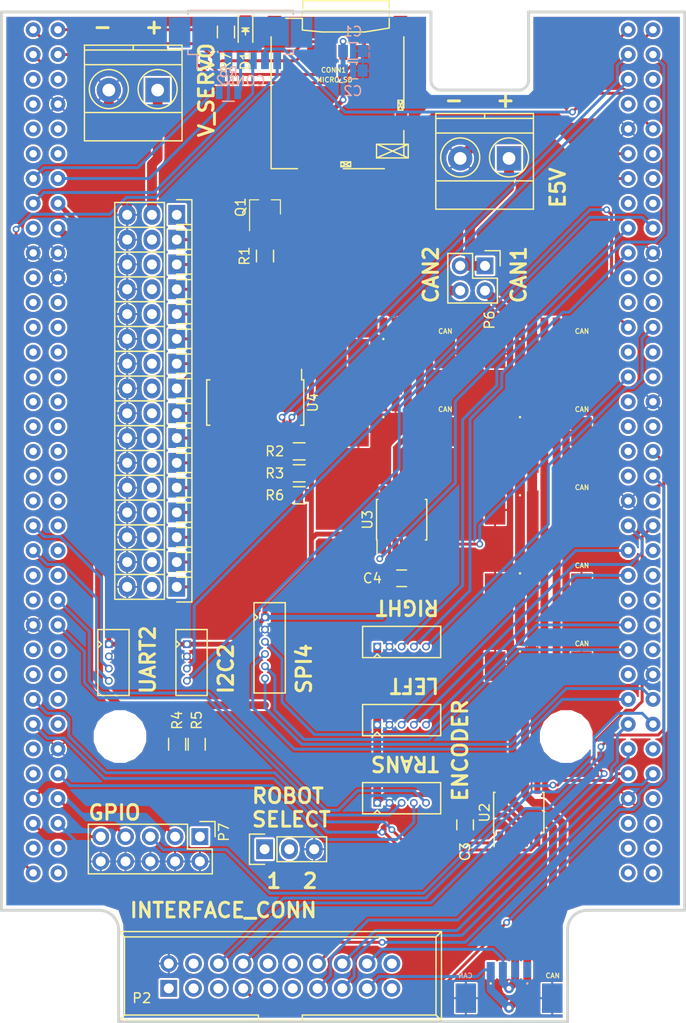
<source format=kicad_pcb>
(kicad_pcb (version 4) (host pcbnew 4.0.5)
  (title_block (title "CVRA Nucleo144 schield") (rev RevA) (company "Club Vaudois de Robotique Autonome") (comment 1 "Author: Michael Spieler"))
  (layers (0 F.Cu signal) (31 B.Cu signal) (34 B.Paste user hide) (35 F.Paste user hide) (36 B.SilkS user) (37 F.SilkS user) (38 B.Mask user hide) (39 F.Mask user hide) (44 Edge.Cuts user))
  (net 0 "")
  (net 1 "Net-(C1-Pad1)")
  (net 2 GND)
  (net 3 +5V)
  (net 4 /SDIO_CK)
  (net 5 /SDIO_D1)
  (net 6 /SDIO_D0)
  (net 7 /SDIO_CMD)
  (net 8 /SDIO_D3)
  (net 9 /SDIO_D2)
  (net 10 /SD_DETECT)
  (net 11 /DEBUG_UART_RX)
  (net 12 /DEBUG_UART_TX)
  (net 13 /SWCLK)
  (net 14 /SWDIO)
  (net 15 /NRST)
  (net 16 +3.3V)
  (net 17 /UART2_TX)
  (net 18 /UART2_RX)
  (net 19 /I2C2_SCL)
  (net 20 /I2C2_SDA)
  (net 21 /SPI4_SCK)
  (net 22 /SPI4_MISO)
  (net 23 /SPI4_MOSI)
  (net 24 /SPI4_CS)
  (net 25 /CAN1L)
  (net 26 /CAN1H)
  (net 27 "/CAN interfaces/5V_CAN1")
  (net 28 /CAN2L)
  (net 29 /CAN2H)
  (net 30 "/CAN interfaces/5V_CAN2")
  (net 31 /servo/PWM_0)
  (net 32 /servo/V_SERVO)
  (net 33 /servo/PWM_4)
  (net 34 /servo/PWM_8)
  (net 35 /servo/PWM_12)
  (net 36 /servo/PWM_1)
  (net 37 /servo/PWM_5)
  (net 38 /servo/PWM_9)
  (net 39 /servo/PWM_13)
  (net 40 /servo/PWM_2)
  (net 41 /servo/PWM_6)
  (net 42 /servo/PWM_10)
  (net 43 /servo/PWM_14)
  (net 44 /servo/PWM_3)
  (net 45 /servo/PWM_7)
  (net 46 /servo/PWM_11)
  (net 47 /servo/PWM_15)
  (net 48 /E5V)
  (net 49 /ROBOT_SELECT)
  (net 50 /EXT_IO_0)
  (net 51 /EXT_IO_1)
  (net 52 /EXT_IO_2)
  (net 53 /EXT_IO_3)
  (net 54 /EXT_IO_4)
  (net 55 /EXT_IO_5)
  (net 56 /EXT_IO_6)
  (net 57 /EXT_IO_7)
  (net 58 /EXT_IO_8)
  (net 59 /EXT_IO_9)
  (net 60 /EXT_IO_10)
  (net 61 /LED_RGB_R)
  (net 62 /LED_RGB_G)
  (net 63 /LED_RGB_B)
  (net 64 /ENCODER_TRANSVERS_CHA)
  (net 65 /ENCODER_TRANSVERS_CHB)
  (net 66 /ENCODER_TRANSVERS_CHI)
  (net 67 /ENCODER_RIGHT_CHA)
  (net 68 /ENCODER_RIGHT_CHB)
  (net 69 /ENCODER_RIGHT_CHI)
  (net 70 /ENCODER_LEFT_CHA)
  (net 71 /ENCODER_LEFT_CHB)
  (net 72 /ENCODER_LEFT_CHI)
  (net 73 /GPIO1)
  (net 74 /GPIO2)
  (net 75 /GPIO3)
  (net 76 /GPIO4)
  (net 77 /SD_PWR)
  (net 78 /I2C1_SDA)
  (net 79 /I2C1_SCL)
  (net 80 /SERVO_OE)
  (net 81 /CAN1_TX)
  (net 82 /CAN1_RX)
  (net 83 /CAN2_TX)
  (net 84 /CAN2_RX)
  (net 85 "Net-(D1-Pad2)")
  (net 86 "Net-(CONN2-Pad4)")
  (module _mech:_M2 (layer F.Cu) (at 122.86 129.21)
    (fp_text reference _M2 hide)
    (fp_text value VAL**)
    (pad "" np_thru_hole circle (at 0 0) (size 5 5) (drill 5) (layers *.Cu *.Mask))
  )
  (module Capacitors_SMD:C_0805 (layer B.Cu) (at 101 59)
    (fp_text reference C1 (at 0 -2) (layer B.SilkS) (effects (justify mirror)))
    (fp_text value 10uF)
    (pad 1 smd rect (at -1 0) (size 1 1.25) (layers B.Cu B.Paste B.Mask) (net 1 "Net-(C1-Pad1)"))
    (pad 2 smd rect (at 1 0) (size 1 1.25) (layers B.Cu B.Paste B.Mask) (net 2 GND))
  )
  (module _div:_Molex-microSD-502570-0893 (layer F.Cu) (at 96.725 59.15)
    (fp_text reference CONN1 (at 2.3 1.8) (layer F.SilkS) (effects (font (size 0.5 0.5) (thickness 0.1))))
    (fp_text value MICRO_SD (at 2.4 2.8) (layer F.SilkS) (effects (font (size 0.5 0.5) (thickness 0.1))))
    (pad SHD smd rect (at 9.15 -2.9) (size 1.4 1.7) (layers F.Cu F.Paste F.Mask) (net 2 GND))
    (pad 5 smd rect (at 4.4 0) (size 0.8 1.5) (layers F.Cu F.Paste F.Mask) (net 4 /SDIO_CK))
    (pad 6 smd rect (at 5.5 0) (size 0.8 1.5) (layers F.Cu F.Paste F.Mask) (net 2 GND))
    (pad 8 smd rect (at 7.7 0) (size 0.8 1.5) (layers F.Cu F.Paste F.Mask) (net 5 /SDIO_D1))
    (pad 7 smd rect (at 6.6 0) (size 0.8 1.5) (layers F.Cu F.Paste F.Mask) (net 6 /SDIO_D0))
    (pad 3 smd rect (at 2.2 0) (size 0.8 1.5) (layers F.Cu F.Paste F.Mask) (net 7 /SDIO_CMD))
    (pad 4 smd rect (at 3.3 0) (size 0.8 1.5) (layers F.Cu F.Paste F.Mask) (net 1 "Net-(C1-Pad1)"))
    (pad 2 smd rect (at 1.1 0) (size 0.8 1.5) (layers F.Cu F.Paste F.Mask) (net 8 /SDIO_D3))
    (pad 1 smd rect (at 0 0) (size 0.8 1.5) (layers F.Cu F.Paste F.Mask) (net 9 /SDIO_D2))
    (pad SHD smd rect (at -3.75 -2.9) (size 1.4 1.7) (layers F.Cu F.Paste F.Mask) (net 2 GND))
    (pad 10 smd rect (at 9.275 6.85) (size 1.15 1.5) (layers F.Cu F.Paste F.Mask) (net 2 GND))
    (pad SHD smd rect (at 8.7 11.575) (size 1.5 1.15) (layers F.Cu F.Paste F.Mask) (net 2 GND))
    (pad 9 smd rect (at 2.1 11.575) (size 1.5 1.15) (layers F.Cu F.Paste F.Mask) (net 10 /SD_DETECT))
    (pad SHD smd rect (at -0.2 11.575) (size 1.5 1.15) (layers F.Cu F.Paste F.Mask) (net 2 GND))
  )
  (module _connectors:Molex-PicoBlade-4 (layer F.Cu) (at 76 119.75 270)
    (fp_text reference CONN3 hide)
    (fp_text value UART hide)
    (pad 1 thru_hole rect (at 0 0 270) (size 0.8 0.8) (drill 0.5) (layers *.Cu *.Mask) (net 16 +3.3V))
    (pad 2 thru_hole circle (at 1.25 0 270) (size 0.8 0.8) (drill 0.5) (layers *.Cu *.Mask) (net 2 GND))
    (pad 3 thru_hole circle (at 2.5 0 270) (size 0.8 0.8) (drill 0.5) (layers *.Cu *.Mask) (net 17 /UART2_TX))
    (pad 4 thru_hole circle (at 3.75 0 270) (size 0.8 0.8) (drill 0.5) (layers *.Cu *.Mask) (net 18 /UART2_RX))
  )
  (module _connectors:Molex-PicoBlade-4 (layer F.Cu) (at 84 119.75 270)
    (fp_text reference CONN4 hide)
    (fp_text value I2C hide)
    (pad 1 thru_hole rect (at 0 0 270) (size 0.8 0.8) (drill 0.5) (layers *.Cu *.Mask) (net 16 +3.3V))
    (pad 2 thru_hole circle (at 1.25 0 270) (size 0.8 0.8) (drill 0.5) (layers *.Cu *.Mask) (net 2 GND))
    (pad 3 thru_hole circle (at 2.5 0 270) (size 0.8 0.8) (drill 0.5) (layers *.Cu *.Mask) (net 19 /I2C2_SCL))
    (pad 4 thru_hole circle (at 3.75 0 270) (size 0.8 0.8) (drill 0.5) (layers *.Cu *.Mask) (net 20 /I2C2_SDA))
  )
  (module _connectors:Molex-PicoBlade-6 (layer F.Cu) (at 92 117 270)
    (fp_text reference CONN5 hide)
    (fp_text value SPI hide)
    (pad 1 thru_hole rect (at 0 0 270) (size 0.8 0.8) (drill 0.5) (layers *.Cu *.Mask) (net 16 +3.3V))
    (pad 2 thru_hole circle (at 1.25 0 270) (size 0.8 0.8) (drill 0.5) (layers *.Cu *.Mask) (net 2 GND))
    (pad 3 thru_hole circle (at 2.5 0 270) (size 0.8 0.8) (drill 0.5) (layers *.Cu *.Mask) (net 21 /SPI4_SCK))
    (pad 4 thru_hole circle (at 3.75 0 270) (size 0.8 0.8) (drill 0.5) (layers *.Cu *.Mask) (net 22 /SPI4_MISO))
    (pad 5 thru_hole circle (at 5 0 270) (size 0.8 0.8) (drill 0.5) (layers *.Cu *.Mask) (net 23 /SPI4_MOSI))
    (pad 6 thru_hole circle (at 6.25 0 270) (size 0.8 0.8) (drill 0.5) (layers *.Cu *.Mask) (net 24 /SPI4_CS))
  )
  (module _connectors:_Molex-PicoBlade-SMD-4 (layer F.Cu) (at 120 106)
    (fp_text reference CONN6 hide)
    (fp_text value CAN (at 4.475 -2.3) (layer F.SilkS) (effects (font (size 0.5 0.5) (thickness 0.1))))
    (pad 4 smd rect (at 1.875 -2.9) (size 0.8 1.6) (layers F.Cu F.Paste F.Mask) (net 25 /CAN1L))
    (pad 3 smd rect (at 0.625 -2.9) (size 0.8 1.6) (layers F.Cu F.Paste F.Mask) (net 26 /CAN1H))
    (pad 2 smd rect (at -0.625 -2.9) (size 0.8 1.6) (layers F.Cu F.Paste F.Mask) (net 2 GND))
    (pad 1 smd rect (at -1.875 -2.9) (size 0.8 1.6) (layers F.Cu F.Paste F.Mask) (net 27 "/CAN interfaces/5V_CAN1"))
    (pad MECH smd rect (at -4.425 0) (size 2.1 3) (layers F.Cu F.Paste F.Mask) (net 2 GND))
    (pad MECH smd rect (at 4.425 0) (size 2.1 3) (layers F.Cu F.Paste F.Mask) (net 2 GND))
  )
  (module _connectors:_Molex-PicoBlade-SMD-4 (layer B.Cu) (at 117 156 180)
    (fp_text reference CONN7 hide)
    (fp_text value CAN (at 4.475 2.3 180) (layer B.SilkS) (effects (font (size 0.5 0.5) (thickness 0.1)) (justify mirror)))
    (pad 4 smd rect (at 1.875 2.9 180) (size 0.8 1.6) (layers B.Cu B.Paste B.Mask) (net 25 /CAN1L))
    (pad 3 smd rect (at 0.625 2.9 180) (size 0.8 1.6) (layers B.Cu B.Paste B.Mask) (net 26 /CAN1H))
    (pad 2 smd rect (at -0.625 2.9 180) (size 0.8 1.6) (layers B.Cu B.Paste B.Mask) (net 2 GND))
    (pad 1 smd rect (at -1.875 2.9 180) (size 0.8 1.6) (layers B.Cu B.Paste B.Mask) (net 27 "/CAN interfaces/5V_CAN1"))
    (pad MECH smd rect (at -4.425 0 180) (size 2.1 3) (layers B.Cu B.Paste B.Mask) (net 2 GND))
    (pad MECH smd rect (at 4.425 0 180) (size 2.1 3) (layers B.Cu B.Paste B.Mask) (net 2 GND))
  )
  (module _connectors:_Molex-PicoBlade-SMD-4 (layer F.Cu) (at 117 156)
    (fp_text reference CONN8 hide)
    (fp_text value CAN (at 4.475 -2.3) (layer F.SilkS) (effects (font (size 0.5 0.5) (thickness 0.1))))
    (pad 4 smd rect (at 1.875 -2.9) (size 0.8 1.6) (layers F.Cu F.Paste F.Mask) (net 25 /CAN1L))
    (pad 3 smd rect (at 0.625 -2.9) (size 0.8 1.6) (layers F.Cu F.Paste F.Mask) (net 26 /CAN1H))
    (pad 2 smd rect (at -0.625 -2.9) (size 0.8 1.6) (layers F.Cu F.Paste F.Mask) (net 2 GND))
    (pad 1 smd rect (at -1.875 -2.9) (size 0.8 1.6) (layers F.Cu F.Paste F.Mask) (net 27 "/CAN interfaces/5V_CAN1"))
    (pad MECH smd rect (at -4.425 0) (size 2.1 3) (layers F.Cu F.Paste F.Mask) (net 2 GND))
    (pad MECH smd rect (at 4.425 0) (size 2.1 3) (layers F.Cu F.Paste F.Mask) (net 2 GND))
  )
  (module _connectors:_Molex-PicoBlade-SMD-4 (layer F.Cu) (at 120 122)
    (fp_text reference CONN9 hide)
    (fp_text value CAN (at 4.475 -2.3) (layer F.SilkS) (effects (font (size 0.5 0.5) (thickness 0.1))))
    (pad 4 smd rect (at 1.875 -2.9) (size 0.8 1.6) (layers F.Cu F.Paste F.Mask) (net 25 /CAN1L))
    (pad 3 smd rect (at 0.625 -2.9) (size 0.8 1.6) (layers F.Cu F.Paste F.Mask) (net 26 /CAN1H))
    (pad 2 smd rect (at -0.625 -2.9) (size 0.8 1.6) (layers F.Cu F.Paste F.Mask) (net 2 GND))
    (pad 1 smd rect (at -1.875 -2.9) (size 0.8 1.6) (layers F.Cu F.Paste F.Mask) (net 27 "/CAN interfaces/5V_CAN1"))
    (pad MECH smd rect (at -4.425 0) (size 2.1 3) (layers F.Cu F.Paste F.Mask) (net 2 GND))
    (pad MECH smd rect (at 4.425 0) (size 2.1 3) (layers F.Cu F.Paste F.Mask) (net 2 GND))
  )
  (module _connectors:_Molex-PicoBlade-SMD-4 (layer F.Cu) (at 120 114)
    (fp_text reference CONN10 hide)
    (fp_text value CAN (at 4.475 -2.3) (layer F.SilkS) (effects (font (size 0.5 0.5) (thickness 0.1))))
    (pad 4 smd rect (at 1.875 -2.9) (size 0.8 1.6) (layers F.Cu F.Paste F.Mask) (net 25 /CAN1L))
    (pad 3 smd rect (at 0.625 -2.9) (size 0.8 1.6) (layers F.Cu F.Paste F.Mask) (net 26 /CAN1H))
    (pad 2 smd rect (at -0.625 -2.9) (size 0.8 1.6) (layers F.Cu F.Paste F.Mask) (net 2 GND))
    (pad 1 smd rect (at -1.875 -2.9) (size 0.8 1.6) (layers F.Cu F.Paste F.Mask) (net 27 "/CAN interfaces/5V_CAN1"))
    (pad MECH smd rect (at -4.425 0) (size 2.1 3) (layers F.Cu F.Paste F.Mask) (net 2 GND))
    (pad MECH smd rect (at 4.425 0) (size 2.1 3) (layers F.Cu F.Paste F.Mask) (net 2 GND))
  )
  (module _connectors:_Molex-PicoBlade-SMD-4 (layer F.Cu) (at 120 98)
    (fp_text reference CONN11 hide)
    (fp_text value CAN (at 4.475 -2.3) (layer F.SilkS) (effects (font (size 0.5 0.5) (thickness 0.1))))
    (pad 4 smd rect (at 1.875 -2.9) (size 0.8 1.6) (layers F.Cu F.Paste F.Mask) (net 25 /CAN1L))
    (pad 3 smd rect (at 0.625 -2.9) (size 0.8 1.6) (layers F.Cu F.Paste F.Mask) (net 26 /CAN1H))
    (pad 2 smd rect (at -0.625 -2.9) (size 0.8 1.6) (layers F.Cu F.Paste F.Mask) (net 2 GND))
    (pad 1 smd rect (at -1.875 -2.9) (size 0.8 1.6) (layers F.Cu F.Paste F.Mask) (net 27 "/CAN interfaces/5V_CAN1"))
    (pad MECH smd rect (at -4.425 0) (size 2.1 3) (layers F.Cu F.Paste F.Mask) (net 2 GND))
    (pad MECH smd rect (at 4.425 0) (size 2.1 3) (layers F.Cu F.Paste F.Mask) (net 2 GND))
  )
  (module _connectors:_Molex-PicoBlade-SMD-4 (layer F.Cu) (at 120 90)
    (fp_text reference CONN12 hide)
    (fp_text value CAN (at 4.475 -2.3) (layer F.SilkS) (effects (font (size 0.5 0.5) (thickness 0.1))))
    (pad 4 smd rect (at 1.875 -2.9) (size 0.8 1.6) (layers F.Cu F.Paste F.Mask) (net 25 /CAN1L))
    (pad 3 smd rect (at 0.625 -2.9) (size 0.8 1.6) (layers F.Cu F.Paste F.Mask) (net 26 /CAN1H))
    (pad 2 smd rect (at -0.625 -2.9) (size 0.8 1.6) (layers F.Cu F.Paste F.Mask) (net 2 GND))
    (pad 1 smd rect (at -1.875 -2.9) (size 0.8 1.6) (layers F.Cu F.Paste F.Mask) (net 27 "/CAN interfaces/5V_CAN1"))
    (pad MECH smd rect (at -4.425 0) (size 2.1 3) (layers F.Cu F.Paste F.Mask) (net 2 GND))
    (pad MECH smd rect (at 4.425 0) (size 2.1 3) (layers F.Cu F.Paste F.Mask) (net 2 GND))
  )
  (module _connectors:_Molex-PicoBlade-SMD-4 (layer F.Cu) (at 106 98)
    (fp_text reference CONN13 hide)
    (fp_text value CAN (at 4.475 -2.3) (layer F.SilkS) (effects (font (size 0.5 0.5) (thickness 0.1))))
    (pad 4 smd rect (at 1.875 -2.9) (size 0.8 1.6) (layers F.Cu F.Paste F.Mask) (net 28 /CAN2L))
    (pad 3 smd rect (at 0.625 -2.9) (size 0.8 1.6) (layers F.Cu F.Paste F.Mask) (net 29 /CAN2H))
    (pad 2 smd rect (at -0.625 -2.9) (size 0.8 1.6) (layers F.Cu F.Paste F.Mask) (net 2 GND))
    (pad 1 smd rect (at -1.875 -2.9) (size 0.8 1.6) (layers F.Cu F.Paste F.Mask) (net 30 "/CAN interfaces/5V_CAN2"))
    (pad MECH smd rect (at -4.425 0) (size 2.1 3) (layers F.Cu F.Paste F.Mask) (net 2 GND))
    (pad MECH smd rect (at 4.425 0) (size 2.1 3) (layers F.Cu F.Paste F.Mask) (net 2 GND))
  )
  (module _connectors:_Molex-PicoBlade-SMD-4 (layer F.Cu) (at 106 90)
    (fp_text reference CONN14 hide)
    (fp_text value CAN (at 4.475 -2.3) (layer F.SilkS) (effects (font (size 0.5 0.5) (thickness 0.1))))
    (pad 4 smd rect (at 1.875 -2.9) (size 0.8 1.6) (layers F.Cu F.Paste F.Mask) (net 28 /CAN2L))
    (pad 3 smd rect (at 0.625 -2.9) (size 0.8 1.6) (layers F.Cu F.Paste F.Mask) (net 29 /CAN2H))
    (pad 2 smd rect (at -0.625 -2.9) (size 0.8 1.6) (layers F.Cu F.Paste F.Mask) (net 2 GND))
    (pad 1 smd rect (at -1.875 -2.9) (size 0.8 1.6) (layers F.Cu F.Paste F.Mask) (net 30 "/CAN interfaces/5V_CAN2"))
    (pad MECH smd rect (at -4.425 0) (size 2.1 3) (layers F.Cu F.Paste F.Mask) (net 2 GND))
    (pad MECH smd rect (at 4.425 0) (size 2.1 3) (layers F.Cu F.Paste F.Mask) (net 2 GND))
  )
  (module Pin_Headers:Pin_Header_Straight_1x03 (layer F.Cu) (at 82.96 75.78 270)
    (fp_text reference CONN15 hide)
    (fp_text value SERVO)
    (pad 1 thru_hole rect (at 0 0 270) (size 2.032 1.7272) (drill 1.016) (layers *.Cu *.Mask) (net 31 /servo/PWM_0))
    (pad 2 thru_hole oval (at 0 2.54 270) (size 2.032 1.7272) (drill 1.016) (layers *.Cu *.Mask) (net 32 /servo/V_SERVO))
    (pad 3 thru_hole oval (at 0 5.08 270) (size 2.032 1.7272) (drill 1.016) (layers *.Cu *.Mask) (net 2 GND))
  )
  (module Pin_Headers:Pin_Header_Straight_1x03 (layer F.Cu) (at 82.96 85.94 270)
    (fp_text reference CONN16 hide)
    (fp_text value SERVO)
    (pad 1 thru_hole rect (at 0 0 270) (size 2.032 1.7272) (drill 1.016) (layers *.Cu *.Mask) (net 33 /servo/PWM_4))
    (pad 2 thru_hole oval (at 0 2.54 270) (size 2.032 1.7272) (drill 1.016) (layers *.Cu *.Mask) (net 32 /servo/V_SERVO))
    (pad 3 thru_hole oval (at 0 5.08 270) (size 2.032 1.7272) (drill 1.016) (layers *.Cu *.Mask) (net 2 GND))
  )
  (module Pin_Headers:Pin_Header_Straight_1x03 (layer F.Cu) (at 82.96 96.1 270)
    (fp_text reference CONN17 hide)
    (fp_text value SERVO)
    (pad 1 thru_hole rect (at 0 0 270) (size 2.032 1.7272) (drill 1.016) (layers *.Cu *.Mask) (net 34 /servo/PWM_8))
    (pad 2 thru_hole oval (at 0 2.54 270) (size 2.032 1.7272) (drill 1.016) (layers *.Cu *.Mask) (net 32 /servo/V_SERVO))
    (pad 3 thru_hole oval (at 0 5.08 270) (size 2.032 1.7272) (drill 1.016) (layers *.Cu *.Mask) (net 2 GND))
  )
  (module Pin_Headers:Pin_Header_Straight_1x03 (layer F.Cu) (at 82.96 106.26 270)
    (fp_text reference CONN18 hide)
    (fp_text value SERVO)
    (pad 1 thru_hole rect (at 0 0 270) (size 2.032 1.7272) (drill 1.016) (layers *.Cu *.Mask) (net 35 /servo/PWM_12))
    (pad 2 thru_hole oval (at 0 2.54 270) (size 2.032 1.7272) (drill 1.016) (layers *.Cu *.Mask) (net 32 /servo/V_SERVO))
    (pad 3 thru_hole oval (at 0 5.08 270) (size 2.032 1.7272) (drill 1.016) (layers *.Cu *.Mask) (net 2 GND))
  )
  (module Pin_Headers:Pin_Header_Straight_1x03 (layer F.Cu) (at 82.96 78.32 270)
    (fp_text reference CONN19 hide)
    (fp_text value SERVO)
    (pad 1 thru_hole rect (at 0 0 270) (size 2.032 1.7272) (drill 1.016) (layers *.Cu *.Mask) (net 36 /servo/PWM_1))
    (pad 2 thru_hole oval (at 0 2.54 270) (size 2.032 1.7272) (drill 1.016) (layers *.Cu *.Mask) (net 32 /servo/V_SERVO))
    (pad 3 thru_hole oval (at 0 5.08 270) (size 2.032 1.7272) (drill 1.016) (layers *.Cu *.Mask) (net 2 GND))
  )
  (module Pin_Headers:Pin_Header_Straight_1x03 (layer F.Cu) (at 82.96 88.48 270)
    (fp_text reference CONN20 hide)
    (fp_text value SERVO)
    (pad 1 thru_hole rect (at 0 0 270) (size 2.032 1.7272) (drill 1.016) (layers *.Cu *.Mask) (net 37 /servo/PWM_5))
    (pad 2 thru_hole oval (at 0 2.54 270) (size 2.032 1.7272) (drill 1.016) (layers *.Cu *.Mask) (net 32 /servo/V_SERVO))
    (pad 3 thru_hole oval (at 0 5.08 270) (size 2.032 1.7272) (drill 1.016) (layers *.Cu *.Mask) (net 2 GND))
  )
  (module Pin_Headers:Pin_Header_Straight_1x03 (layer F.Cu) (at 82.96 98.64 270)
    (fp_text reference CONN21 hide)
    (fp_text value SERVO)
    (pad 1 thru_hole rect (at 0 0 270) (size 2.032 1.7272) (drill 1.016) (layers *.Cu *.Mask) (net 38 /servo/PWM_9))
    (pad 2 thru_hole oval (at 0 2.54 270) (size 2.032 1.7272) (drill 1.016) (layers *.Cu *.Mask) (net 32 /servo/V_SERVO))
    (pad 3 thru_hole oval (at 0 5.08 270) (size 2.032 1.7272) (drill 1.016) (layers *.Cu *.Mask) (net 2 GND))
  )
  (module Pin_Headers:Pin_Header_Straight_1x03 (layer F.Cu) (at 82.96 108.8 270)
    (fp_text reference CONN22 hide)
    (fp_text value SERVO)
    (pad 1 thru_hole rect (at 0 0 270) (size 2.032 1.7272) (drill 1.016) (layers *.Cu *.Mask) (net 39 /servo/PWM_13))
    (pad 2 thru_hole oval (at 0 2.54 270) (size 2.032 1.7272) (drill 1.016) (layers *.Cu *.Mask) (net 32 /servo/V_SERVO))
    (pad 3 thru_hole oval (at 0 5.08 270) (size 2.032 1.7272) (drill 1.016) (layers *.Cu *.Mask) (net 2 GND))
  )
  (module Pin_Headers:Pin_Header_Straight_1x03 (layer F.Cu) (at 82.96 80.86 270)
    (fp_text reference CONN23 hide)
    (fp_text value SERVO)
    (pad 1 thru_hole rect (at 0 0 270) (size 2.032 1.7272) (drill 1.016) (layers *.Cu *.Mask) (net 40 /servo/PWM_2))
    (pad 2 thru_hole oval (at 0 2.54 270) (size 2.032 1.7272) (drill 1.016) (layers *.Cu *.Mask) (net 32 /servo/V_SERVO))
    (pad 3 thru_hole oval (at 0 5.08 270) (size 2.032 1.7272) (drill 1.016) (layers *.Cu *.Mask) (net 2 GND))
  )
  (module Pin_Headers:Pin_Header_Straight_1x03 (layer F.Cu) (at 82.96 91.02 270)
    (fp_text reference CONN24 hide)
    (fp_text value SERVO)
    (pad 1 thru_hole rect (at 0 0 270) (size 2.032 1.7272) (drill 1.016) (layers *.Cu *.Mask) (net 41 /servo/PWM_6))
    (pad 2 thru_hole oval (at 0 2.54 270) (size 2.032 1.7272) (drill 1.016) (layers *.Cu *.Mask) (net 32 /servo/V_SERVO))
    (pad 3 thru_hole oval (at 0 5.08 270) (size 2.032 1.7272) (drill 1.016) (layers *.Cu *.Mask) (net 2 GND))
  )
  (module Pin_Headers:Pin_Header_Straight_1x03 (layer F.Cu) (at 82.96 101.18 270)
    (fp_text reference CONN25 hide)
    (fp_text value SERVO)
    (pad 1 thru_hole rect (at 0 0 270) (size 2.032 1.7272) (drill 1.016) (layers *.Cu *.Mask) (net 42 /servo/PWM_10))
    (pad 2 thru_hole oval (at 0 2.54 270) (size 2.032 1.7272) (drill 1.016) (layers *.Cu *.Mask) (net 32 /servo/V_SERVO))
    (pad 3 thru_hole oval (at 0 5.08 270) (size 2.032 1.7272) (drill 1.016) (layers *.Cu *.Mask) (net 2 GND))
  )
  (module Pin_Headers:Pin_Header_Straight_1x03 (layer F.Cu) (at 82.96 111.34 270)
    (fp_text reference CONN26 hide)
    (fp_text value SERVO)
    (pad 1 thru_hole rect (at 0 0 270) (size 2.032 1.7272) (drill 1.016) (layers *.Cu *.Mask) (net 43 /servo/PWM_14))
    (pad 2 thru_hole oval (at 0 2.54 270) (size 2.032 1.7272) (drill 1.016) (layers *.Cu *.Mask) (net 32 /servo/V_SERVO))
    (pad 3 thru_hole oval (at 0 5.08 270) (size 2.032 1.7272) (drill 1.016) (layers *.Cu *.Mask) (net 2 GND))
  )
  (module Pin_Headers:Pin_Header_Straight_1x03 (layer F.Cu) (at 82.96 83.4 270)
    (fp_text reference CONN27 hide)
    (fp_text value SERVO)
    (pad 1 thru_hole rect (at 0 0 270) (size 2.032 1.7272) (drill 1.016) (layers *.Cu *.Mask) (net 44 /servo/PWM_3))
    (pad 2 thru_hole oval (at 0 2.54 270) (size 2.032 1.7272) (drill 1.016) (layers *.Cu *.Mask) (net 32 /servo/V_SERVO))
    (pad 3 thru_hole oval (at 0 5.08 270) (size 2.032 1.7272) (drill 1.016) (layers *.Cu *.Mask) (net 2 GND))
  )
  (module Pin_Headers:Pin_Header_Straight_1x03 (layer F.Cu) (at 82.96 93.56 270)
    (fp_text reference CONN28 hide)
    (fp_text value SERVO)
    (pad 1 thru_hole rect (at 0 0 270) (size 2.032 1.7272) (drill 1.016) (layers *.Cu *.Mask) (net 45 /servo/PWM_7))
    (pad 2 thru_hole oval (at 0 2.54 270) (size 2.032 1.7272) (drill 1.016) (layers *.Cu *.Mask) (net 32 /servo/V_SERVO))
    (pad 3 thru_hole oval (at 0 5.08 270) (size 2.032 1.7272) (drill 1.016) (layers *.Cu *.Mask) (net 2 GND))
  )
  (module Pin_Headers:Pin_Header_Straight_1x03 (layer F.Cu) (at 82.96 103.72 270)
    (fp_text reference CONN29 hide)
    (fp_text value SERVO)
    (pad 1 thru_hole rect (at 0 0 270) (size 2.032 1.7272) (drill 1.016) (layers *.Cu *.Mask) (net 46 /servo/PWM_11))
    (pad 2 thru_hole oval (at 0 2.54 270) (size 2.032 1.7272) (drill 1.016) (layers *.Cu *.Mask) (net 32 /servo/V_SERVO))
    (pad 3 thru_hole oval (at 0 5.08 270) (size 2.032 1.7272) (drill 1.016) (layers *.Cu *.Mask) (net 2 GND))
  )
  (module Pin_Headers:Pin_Header_Straight_1x03 (layer F.Cu) (at 82.96 113.88 270)
    (fp_text reference CONN30 hide)
    (fp_text value SERVO)
    (pad 1 thru_hole rect (at 0 0 270) (size 2.032 1.7272) (drill 1.016) (layers *.Cu *.Mask) (net 47 /servo/PWM_15))
    (pad 2 thru_hole oval (at 0 2.54 270) (size 2.032 1.7272) (drill 1.016) (layers *.Cu *.Mask) (net 32 /servo/V_SERVO))
    (pad 3 thru_hole oval (at 0 5.08 270) (size 2.032 1.7272) (drill 1.016) (layers *.Cu *.Mask) (net 2 GND))
  )
  (module Terminal_Blocks:TerminalBlock_Pheonix_MKDS1.5-2pol (layer F.Cu) (at 117 70 180)
    (fp_text reference J1 hide)
    (fp_text value E5V_Conn)
    (pad 1 thru_hole rect (at 0 0 180) (size 2.5 2.5) (drill 1.3) (layers *.Cu *.Mask) (net 48 /E5V))
    (pad 2 thru_hole circle (at 5 0 180) (size 2.5 2.5) (drill 1.3) (layers *.Cu *.Mask) (net 2 GND))
  )
  (module Terminal_Blocks:TerminalBlock_Pheonix_MKDS1.5-2pol (layer F.Cu) (at 81 63 180)
    (fp_text reference J2 hide)
    (fp_text value V_SERVO_CONN)
    (pad 1 thru_hole rect (at 0 0 180) (size 2.5 2.5) (drill 1.3) (layers *.Cu *.Mask) (net 32 /servo/V_SERVO))
    (pad 2 thru_hole circle (at 5 0 180) (size 2.5 2.5) (drill 1.3) (layers *.Cu *.Mask) (net 2 GND))
  )
  (module Pin_Headers:Pin_Header_Straight_1x03 (layer F.Cu) (at 91.96 140.75 90)
    (fp_text reference P1 hide)
    (fp_text value "ROBOT SELECT")
    (pad 1 thru_hole rect (at 0 0 90) (size 2.032 1.7272) (drill 1.016) (layers *.Cu *.Mask) (net 16 +3.3V))
    (pad 2 thru_hole oval (at 0 2.54 90) (size 2.032 1.7272) (drill 1.016) (layers *.Cu *.Mask) (net 49 /ROBOT_SELECT))
    (pad 3 thru_hole oval (at 0 5.08 90) (size 2.032 1.7272) (drill 1.016) (layers *.Cu *.Mask) (net 2 GND))
  )
  (module _connectors:Molex-PicoBlade-5 (layer F.Cu) (at 103.5 136)
    (fp_text reference P3 hide)
    (fp_text value ENCODER_TRANS hide)
    (pad 1 thru_hole rect (at 0 0) (size 0.8 0.8) (drill 0.5) (layers *.Cu *.Mask) (net 3 +5V))
    (pad 2 thru_hole circle (at 1.25 0) (size 0.8 0.8) (drill 0.5) (layers *.Cu *.Mask) (net 2 GND))
    (pad 3 thru_hole circle (at 2.5 0) (size 0.8 0.8) (drill 0.5) (layers *.Cu *.Mask) (net 64 /ENCODER_TRANSVERS_CHA))
    (pad 4 thru_hole circle (at 3.75 0) (size 0.8 0.8) (drill 0.5) (layers *.Cu *.Mask) (net 65 /ENCODER_TRANSVERS_CHB))
    (pad 5 thru_hole circle (at 5 0) (size 0.8 0.8) (drill 0.5) (layers *.Cu *.Mask) (net 66 /ENCODER_TRANSVERS_CHI))
  )
  (module _connectors:Molex-PicoBlade-5 (layer F.Cu) (at 103.5 120)
    (fp_text reference P4 hide)
    (fp_text value ENCODER_RIGHT hide)
    (pad 1 thru_hole rect (at 0 0) (size 0.8 0.8) (drill 0.5) (layers *.Cu *.Mask) (net 3 +5V))
    (pad 2 thru_hole circle (at 1.25 0) (size 0.8 0.8) (drill 0.5) (layers *.Cu *.Mask) (net 2 GND))
    (pad 3 thru_hole circle (at 2.5 0) (size 0.8 0.8) (drill 0.5) (layers *.Cu *.Mask) (net 67 /ENCODER_RIGHT_CHA))
    (pad 4 thru_hole circle (at 3.75 0) (size 0.8 0.8) (drill 0.5) (layers *.Cu *.Mask) (net 68 /ENCODER_RIGHT_CHB))
    (pad 5 thru_hole circle (at 5 0) (size 0.8 0.8) (drill 0.5) (layers *.Cu *.Mask) (net 69 /ENCODER_RIGHT_CHI))
  )
  (module _connectors:Molex-PicoBlade-5 (layer F.Cu) (at 103.5 128)
    (fp_text reference P5 hide)
    (fp_text value ENCODER_LEFT hide)
    (pad 1 thru_hole rect (at 0 0) (size 0.8 0.8) (drill 0.5) (layers *.Cu *.Mask) (net 3 +5V))
    (pad 2 thru_hole circle (at 1.25 0) (size 0.8 0.8) (drill 0.5) (layers *.Cu *.Mask) (net 2 GND))
    (pad 3 thru_hole circle (at 2.5 0) (size 0.8 0.8) (drill 0.5) (layers *.Cu *.Mask) (net 70 /ENCODER_LEFT_CHA))
    (pad 4 thru_hole circle (at 3.75 0) (size 0.8 0.8) (drill 0.5) (layers *.Cu *.Mask) (net 71 /ENCODER_LEFT_CHB))
    (pad 5 thru_hole circle (at 5 0) (size 0.8 0.8) (drill 0.5) (layers *.Cu *.Mask) (net 72 /ENCODER_LEFT_CHI))
  )
  (module Pin_Headers:Pin_Header_Straight_2x02 (layer F.Cu) (at 114.54 81 270)
    (fp_text reference P6 (at 5.54 -0.46 270) (layer F.SilkS))
    (fp_text value 5V_CAN_SELECT)
    (pad 1 thru_hole rect (at 0 0 270) (size 1.7272 1.7272) (drill 1.016) (layers *.Cu *.Mask) (net 48 /E5V))
    (pad 2 thru_hole oval (at 2.54 0 270) (size 1.7272 1.7272) (drill 1.016) (layers *.Cu *.Mask) (net 27 "/CAN interfaces/5V_CAN1"))
    (pad 3 thru_hole oval (at 0 2.54 270) (size 1.7272 1.7272) (drill 1.016) (layers *.Cu *.Mask) (net 48 /E5V))
    (pad 4 thru_hole oval (at 2.54 2.54 270) (size 1.7272 1.7272) (drill 1.016) (layers *.Cu *.Mask) (net 30 "/CAN interfaces/5V_CAN2"))
  )
  (module TO_SOT_Packages_SMD:SOT-23_Handsoldering (layer F.Cu) (at 92 75 90)
    (fp_text reference Q1 (at 0 -2.5 90) (layer F.SilkS))
    (fp_text value Q_PMOS_DGS)
    (pad 1 smd rect (at -1.5 -0.95 90) (size 1.9 0.8) (layers F.Cu F.Paste F.Mask) (net 16 +3.3V))
    (pad 2 smd rect (at -1.5 0.95 90) (size 1.9 0.8) (layers F.Cu F.Paste F.Mask) (net 77 /SD_PWR))
    (pad 3 smd rect (at 1.5 0 90) (size 1.9 0.8) (layers F.Cu F.Paste F.Mask) (net 1 "Net-(C1-Pad1)"))
  )
  (module _connectors:ST_Nucleo144_F429ZI_Morpho (layer F.Cu) (at 100 100)
    (fp_text reference U1 hide)
    (fp_text value ST_Nucleo144_F429ZI_Morpho)
    (pad 1A thru_hole circle (at -31.75 -43.18) (size 1.524 1.524) (drill 0.762) (layers *.Cu *.Mask) (net 9 /SDIO_D2))
    (pad 2A thru_hole circle (at -29.21 -43.18) (size 1.524 1.524) (drill 0.762) (layers *.Cu *.Mask) (net 8 /SDIO_D3))
    (pad 3A thru_hole circle (at -31.75 -40.64) (size 1.524 1.524) (drill 0.762) (layers *.Cu *.Mask) (net 4 /SDIO_CK))
    (pad 4A thru_hole circle (at -29.21 -40.64) (size 1.524 1.524) (drill 0.762) (layers *.Cu *.Mask) (net 7 /SDIO_CMD))
    (pad 5A thru_hole circle (at -31.75 -38.1) (size 1.524 1.524) (drill 0.762) (layers *.Cu *.Mask))
    (pad 6A thru_hole circle (at -29.21 -38.1) (size 1.524 1.524) (drill 0.762) (layers *.Cu *.Mask) (net 48 /E5V))
    (pad 7A thru_hole circle (at -31.75 -35.56) (size 1.524 1.524) (drill 0.762) (layers *.Cu *.Mask))
    (pad 8A thru_hole circle (at -29.21 -35.56) (size 1.524 1.524) (drill 0.762) (layers *.Cu *.Mask) (net 2 GND))
    (pad 9A thru_hole circle (at -31.75 -33.02) (size 1.524 1.524) (drill 0.762) (layers *.Cu *.Mask) (net 56 /EXT_IO_6))
    (pad 10A thru_hole circle (at -29.21 -33.02) (size 1.524 1.524) (drill 0.762) (layers *.Cu *.Mask))
    (pad 11A thru_hole circle (at -31.75 -30.48) (size 1.524 1.524) (drill 0.762) (layers *.Cu *.Mask) (net 57 /EXT_IO_7))
    (pad 12A thru_hole circle (at -29.21 -30.48) (size 1.524 1.524) (drill 0.762) (layers *.Cu *.Mask))
    (pad 13A thru_hole circle (at -31.75 -27.94) (size 1.524 1.524) (drill 0.762) (layers *.Cu *.Mask) (net 14 /SWDIO))
    (pad 14A thru_hole circle (at -29.21 -27.94) (size 1.524 1.524) (drill 0.762) (layers *.Cu *.Mask) (net 15 /NRST))
    (pad 15A thru_hole circle (at -31.75 -25.4) (size 1.524 1.524) (drill 0.762) (layers *.Cu *.Mask) (net 13 /SWCLK))
    (pad 16A thru_hole circle (at -29.21 -25.4) (size 1.524 1.524) (drill 0.762) (layers *.Cu *.Mask) (net 16 +3.3V))
    (pad 17A thru_hole circle (at -31.75 -22.86) (size 1.524 1.524) (drill 0.762) (layers *.Cu *.Mask))
    (pad 18A thru_hole circle (at -29.21 -22.86) (size 1.524 1.524) (drill 0.762) (layers *.Cu *.Mask) (net 3 +5V))
    (pad 19A thru_hole circle (at -31.75 -20.32) (size 1.524 1.524) (drill 0.762) (layers *.Cu *.Mask) (net 2 GND))
    (pad 20A thru_hole circle (at -29.21 -20.32) (size 1.524 1.524) (drill 0.762) (layers *.Cu *.Mask) (net 2 GND))
    (pad 21A thru_hole circle (at -31.75 -17.78) (size 1.524 1.524) (drill 0.762) (layers *.Cu *.Mask))
    (pad 22A thru_hole circle (at -29.21 -17.78) (size 1.524 1.524) (drill 0.762) (layers *.Cu *.Mask) (net 2 GND))
    (pad 23A thru_hole circle (at -31.75 -15.24) (size 1.524 1.524) (drill 0.762) (layers *.Cu *.Mask))
    (pad 24A thru_hole circle (at -29.21 -15.24) (size 1.524 1.524) (drill 0.762) (layers *.Cu *.Mask))
    (pad 25A thru_hole circle (at -31.75 -12.7) (size 1.524 1.524) (drill 0.762) (layers *.Cu *.Mask))
    (pad 26A thru_hole circle (at -29.21 -12.7) (size 1.524 1.524) (drill 0.762) (layers *.Cu *.Mask))
    (pad 27A thru_hole circle (at -31.75 -10.16) (size 1.524 1.524) (drill 0.762) (layers *.Cu *.Mask))
    (pad 28A thru_hole circle (at -29.21 -10.16) (size 1.524 1.524) (drill 0.762) (layers *.Cu *.Mask))
    (pad 29A thru_hole circle (at -31.75 -7.62) (size 1.524 1.524) (drill 0.762) (layers *.Cu *.Mask))
    (pad 30A thru_hole circle (at -29.21 -7.62) (size 1.524 1.524) (drill 0.762) (layers *.Cu *.Mask))
    (pad 31A thru_hole circle (at -31.75 -5.08) (size 1.524 1.524) (drill 0.762) (layers *.Cu *.Mask))
    (pad 32A thru_hole circle (at -29.21 -5.08) (size 1.524 1.524) (drill 0.762) (layers *.Cu *.Mask))
    (pad 33A thru_hole circle (at -31.75 -2.54) (size 1.524 1.524) (drill 0.762) (layers *.Cu *.Mask))
    (pad 34A thru_hole circle (at -29.21 -2.54) (size 1.524 1.524) (drill 0.762) (layers *.Cu *.Mask))
    (pad 35A thru_hole circle (at -31.75 0) (size 1.524 1.524) (drill 0.762) (layers *.Cu *.Mask))
    (pad 36A thru_hole circle (at -29.21 0) (size 1.524 1.524) (drill 0.762) (layers *.Cu *.Mask))
    (pad 37A thru_hole circle (at -31.75 2.54) (size 1.524 1.524) (drill 0.762) (layers *.Cu *.Mask))
    (pad 38A thru_hole circle (at -29.21 2.54) (size 1.524 1.524) (drill 0.762) (layers *.Cu *.Mask) (net 80 /SERVO_OE))
    (pad 39A thru_hole circle (at -31.75 5.08) (size 1.524 1.524) (drill 0.762) (layers *.Cu *.Mask))
    (pad 40A thru_hole circle (at -29.21 5.08) (size 1.524 1.524) (drill 0.762) (layers *.Cu *.Mask))
    (pad 41A thru_hole circle (at -31.75 7.62) (size 1.524 1.524) (drill 0.762) (layers *.Cu *.Mask) (net 17 /UART2_TX))
    (pad 42A thru_hole circle (at -29.21 7.62) (size 1.524 1.524) (drill 0.762) (layers *.Cu *.Mask))
    (pad 43A thru_hole circle (at -31.75 10.16) (size 1.524 1.524) (drill 0.762) (layers *.Cu *.Mask) (net 18 /UART2_RX))
    (pad 44A thru_hole circle (at -29.21 10.16) (size 1.524 1.524) (drill 0.762) (layers *.Cu *.Mask))
    (pad 45A thru_hole circle (at -31.75 12.7) (size 1.524 1.524) (drill 0.762) (layers *.Cu *.Mask))
    (pad 46A thru_hole circle (at -29.21 12.7) (size 1.524 1.524) (drill 0.762) (layers *.Cu *.Mask))
    (pad 47A thru_hole circle (at -31.75 15.24) (size 1.524 1.524) (drill 0.762) (layers *.Cu *.Mask))
    (pad 48A thru_hole circle (at -29.21 15.24) (size 1.524 1.524) (drill 0.762) (layers *.Cu *.Mask) (net 66 /ENCODER_TRANSVERS_CHI))
    (pad 49A thru_hole circle (at -31.75 17.78) (size 1.524 1.524) (drill 0.762) (layers *.Cu *.Mask) (net 2 GND))
    (pad 50A thru_hole circle (at -29.21 17.78) (size 1.524 1.524) (drill 0.762) (layers *.Cu *.Mask) (net 64 /ENCODER_TRANSVERS_CHA))
    (pad 51A thru_hole circle (at -31.75 20.32) (size 1.524 1.524) (drill 0.762) (layers *.Cu *.Mask) (net 51 /EXT_IO_1))
    (pad 52A thru_hole circle (at -29.21 20.32) (size 1.524 1.524) (drill 0.762) (layers *.Cu *.Mask) (net 52 /EXT_IO_2))
    (pad 53A thru_hole circle (at -31.75 22.86) (size 1.524 1.524) (drill 0.762) (layers *.Cu *.Mask) (net 50 /EXT_IO_0))
    (pad 54A thru_hole circle (at -29.21 22.86) (size 1.524 1.524) (drill 0.762) (layers *.Cu *.Mask) (net 58 /EXT_IO_8))
    (pad 55A thru_hole circle (at -31.75 25.4) (size 1.524 1.524) (drill 0.762) (layers *.Cu *.Mask) (net 81 /CAN1_TX))
    (pad 56A thru_hole circle (at -29.21 25.4) (size 1.524 1.524) (drill 0.762) (layers *.Cu *.Mask) (net 59 /EXT_IO_9))
    (pad 57A thru_hole circle (at -31.75 27.94) (size 1.524 1.524) (drill 0.762) (layers *.Cu *.Mask) (net 82 /CAN1_RX))
    (pad 58A thru_hole circle (at -29.21 27.94) (size 1.524 1.524) (drill 0.762) (layers *.Cu *.Mask))
    (pad 59A thru_hole circle (at -31.75 30.48) (size 1.524 1.524) (drill 0.762) (layers *.Cu *.Mask))
    (pad 60A thru_hole circle (at -29.21 30.48) (size 1.524 1.524) (drill 0.762) (layers *.Cu *.Mask) (net 2 GND))
    (pad 61A thru_hole circle (at -31.75 33.02) (size 1.524 1.524) (drill 0.762) (layers *.Cu *.Mask))
    (pad 62A thru_hole circle (at -29.21 33.02) (size 1.524 1.524) (drill 0.762) (layers *.Cu *.Mask) (net 65 /ENCODER_TRANSVERS_CHB))
    (pad 63A thru_hole circle (at -31.75 35.56) (size 1.524 1.524) (drill 0.762) (layers *.Cu *.Mask) (net 73 /GPIO1))
    (pad 64A thru_hole circle (at -29.21 35.56) (size 1.524 1.524) (drill 0.762) (layers *.Cu *.Mask) (net 75 /GPIO3))
    (pad 65A thru_hole circle (at -31.75 38.1) (size 1.524 1.524) (drill 0.762) (layers *.Cu *.Mask) (net 76 /GPIO4))
    (pad 66A thru_hole circle (at -29.21 38.1) (size 1.524 1.524) (drill 0.762) (layers *.Cu *.Mask))
    (pad 67A thru_hole circle (at -31.75 40.64) (size 1.524 1.524) (drill 0.762) (layers *.Cu *.Mask))
    (pad 68A thru_hole circle (at -29.21 40.64) (size 1.524 1.524) (drill 0.762) (layers *.Cu *.Mask))
    (pad 69A thru_hole circle (at -31.75 43.18) (size 1.524 1.524) (drill 0.762) (layers *.Cu *.Mask) (net 11 /DEBUG_UART_RX))
    (pad 70A thru_hole circle (at -29.21 43.18) (size 1.524 1.524) (drill 0.762) (layers *.Cu *.Mask))
    (pad 1B thru_hole circle (at 29.21 -43.18) (size 1.524 1.524) (drill 0.762) (layers *.Cu *.Mask) (net 5 /SDIO_D1))
    (pad 2B thru_hole circle (at 31.75 -43.18) (size 1.524 1.524) (drill 0.762) (layers *.Cu *.Mask) (net 6 /SDIO_D0))
    (pad 3B thru_hole circle (at 29.21 -40.64) (size 1.524 1.524) (drill 0.762) (layers *.Cu *.Mask) (net 79 /I2C1_SCL))
    (pad 4B thru_hole circle (at 31.75 -40.64) (size 1.524 1.524) (drill 0.762) (layers *.Cu *.Mask) (net 67 /ENCODER_RIGHT_CHA))
    (pad 5B thru_hole circle (at 29.21 -38.1) (size 1.524 1.524) (drill 0.762) (layers *.Cu *.Mask) (net 78 /I2C1_SDA))
    (pad 6B thru_hole circle (at 31.75 -38.1) (size 1.524 1.524) (drill 0.762) (layers *.Cu *.Mask))
    (pad 7B thru_hole circle (at 29.21 -35.56) (size 1.524 1.524) (drill 0.762) (layers *.Cu *.Mask))
    (pad 8B thru_hole circle (at 31.75 -35.56) (size 1.524 1.524) (drill 0.762) (layers *.Cu *.Mask))
    (pad 9B thru_hole circle (at 29.21 -33.02) (size 1.524 1.524) (drill 0.762) (layers *.Cu *.Mask) (net 2 GND))
    (pad 10B thru_hole circle (at 31.75 -33.02) (size 1.524 1.524) (drill 0.762) (layers *.Cu *.Mask) (net 12 /DEBUG_UART_TX))
    (pad 11B thru_hole circle (at 29.21 -30.48) (size 1.524 1.524) (drill 0.762) (layers *.Cu *.Mask) (net 10 /SD_DETECT))
    (pad 12B thru_hole circle (at 31.75 -30.48) (size 1.524 1.524) (drill 0.762) (layers *.Cu *.Mask))
    (pad 13B thru_hole circle (at 29.21 -27.94) (size 1.524 1.524) (drill 0.762) (layers *.Cu *.Mask) (net 77 /SD_PWR))
    (pad 14B thru_hole circle (at 31.75 -27.94) (size 1.524 1.524) (drill 0.762) (layers *.Cu *.Mask))
    (pad 15B thru_hole circle (at 29.21 -25.4) (size 1.524 1.524) (drill 0.762) (layers *.Cu *.Mask))
    (pad 16B thru_hole circle (at 31.75 -25.4) (size 1.524 1.524) (drill 0.762) (layers *.Cu *.Mask))
    (pad 17B thru_hole circle (at 29.21 -22.86) (size 1.524 1.524) (drill 0.762) (layers *.Cu *.Mask) (net 83 /CAN2_TX))
    (pad 18B thru_hole circle (at 31.75 -22.86) (size 1.524 1.524) (drill 0.762) (layers *.Cu *.Mask) (net 20 /I2C2_SDA))
    (pad 19B thru_hole circle (at 29.21 -20.32) (size 1.524 1.524) (drill 0.762) (layers *.Cu *.Mask) (net 68 /ENCODER_RIGHT_CHB))
    (pad 20B thru_hole circle (at 31.75 -20.32) (size 1.524 1.524) (drill 0.762) (layers *.Cu *.Mask) (net 2 GND))
    (pad 21B thru_hole circle (at 29.21 -17.78) (size 1.524 1.524) (drill 0.762) (layers *.Cu *.Mask))
    (pad 22B thru_hole circle (at 31.75 -17.78) (size 1.524 1.524) (drill 0.762) (layers *.Cu *.Mask))
    (pad 23B thru_hole circle (at 29.21 -15.24) (size 1.524 1.524) (drill 0.762) (layers *.Cu *.Mask))
    (pad 24B thru_hole circle (at 31.75 -15.24) (size 1.524 1.524) (drill 0.762) (layers *.Cu *.Mask) (net 49 /ROBOT_SELECT))
    (pad 25B thru_hole circle (at 29.21 -12.7) (size 1.524 1.524) (drill 0.762) (layers *.Cu *.Mask) (net 19 /I2C2_SCL))
    (pad 26B thru_hole circle (at 31.75 -12.7) (size 1.524 1.524) (drill 0.762) (layers *.Cu *.Mask) (net 69 /ENCODER_RIGHT_CHI))
    (pad 27B thru_hole circle (at 29.21 -10.16) (size 1.524 1.524) (drill 0.762) (layers *.Cu *.Mask))
    (pad 28B thru_hole circle (at 31.75 -10.16) (size 1.524 1.524) (drill 0.762) (layers *.Cu *.Mask))
    (pad 29B thru_hole circle (at 29.21 -7.62) (size 1.524 1.524) (drill 0.762) (layers *.Cu *.Mask) (net 84 /CAN2_RX))
    (pad 30B thru_hole circle (at 31.75 -7.62) (size 1.524 1.524) (drill 0.762) (layers *.Cu *.Mask))
    (pad 31B thru_hole circle (at 29.21 -5.08) (size 1.524 1.524) (drill 0.762) (layers *.Cu *.Mask))
    (pad 32B thru_hole circle (at 31.75 -5.08) (size 1.524 1.524) (drill 0.762) (layers *.Cu *.Mask) (net 2 GND))
    (pad 33B thru_hole circle (at 29.21 -2.54) (size 1.524 1.524) (drill 0.762) (layers *.Cu *.Mask))
    (pad 34B thru_hole circle (at 31.75 -2.54) (size 1.524 1.524) (drill 0.762) (layers *.Cu *.Mask))
    (pad 35B thru_hole circle (at 29.21 0) (size 1.524 1.524) (drill 0.762) (layers *.Cu *.Mask))
    (pad 36B thru_hole circle (at 31.75 0) (size 1.524 1.524) (drill 0.762) (layers *.Cu *.Mask) (net 55 /EXT_IO_5))
    (pad 37B thru_hole circle (at 29.21 2.54) (size 1.524 1.524) (drill 0.762) (layers *.Cu *.Mask))
    (pad 38B thru_hole circle (at 31.75 2.54) (size 1.524 1.524) (drill 0.762) (layers *.Cu *.Mask) (net 54 /EXT_IO_4))
    (pad 39B thru_hole circle (at 29.21 5.08) (size 1.524 1.524) (drill 0.762) (layers *.Cu *.Mask) (net 2 GND))
    (pad 40B thru_hole circle (at 31.75 5.08) (size 1.524 1.524) (drill 0.762) (layers *.Cu *.Mask))
    (pad 41B thru_hole circle (at 29.21 7.62) (size 1.524 1.524) (drill 0.762) (layers *.Cu *.Mask) (net 71 /ENCODER_LEFT_CHB))
    (pad 42B thru_hole circle (at 31.75 7.62) (size 1.524 1.524) (drill 0.762) (layers *.Cu *.Mask) (net 60 /EXT_IO_10))
    (pad 43B thru_hole circle (at 29.21 10.16) (size 1.524 1.524) (drill 0.762) (layers *.Cu *.Mask) (net 70 /ENCODER_LEFT_CHA))
    (pad 44B thru_hole circle (at 31.75 10.16) (size 1.524 1.524) (drill 0.762) (layers *.Cu *.Mask))
    (pad 45B thru_hole circle (at 29.21 12.7) (size 1.524 1.524) (drill 0.762) (layers *.Cu *.Mask) (net 72 /ENCODER_LEFT_CHI))
    (pad 46B thru_hole circle (at 31.75 12.7) (size 1.524 1.524) (drill 0.762) (layers *.Cu *.Mask))
    (pad 47B thru_hole circle (at 29.21 15.24) (size 1.524 1.524) (drill 0.762) (layers *.Cu *.Mask))
    (pad 48B thru_hole circle (at 31.75 15.24) (size 1.524 1.524) (drill 0.762) (layers *.Cu *.Mask))
    (pad 49B thru_hole circle (at 29.21 17.78) (size 1.524 1.524) (drill 0.762) (layers *.Cu *.Mask) (net 21 /SPI4_SCK))
    (pad 50B thru_hole circle (at 31.75 17.78) (size 1.524 1.524) (drill 0.762) (layers *.Cu *.Mask))
    (pad 51B thru_hole circle (at 29.21 20.32) (size 1.524 1.524) (drill 0.762) (layers *.Cu *.Mask) (net 23 /SPI4_MOSI))
    (pad 52B thru_hole circle (at 31.75 20.32) (size 1.524 1.524) (drill 0.762) (layers *.Cu *.Mask))
    (pad 53B thru_hole circle (at 29.21 22.86) (size 1.524 1.524) (drill 0.762) (layers *.Cu *.Mask))
    (pad 54B thru_hole circle (at 31.75 22.86) (size 1.524 1.524) (drill 0.762) (layers *.Cu *.Mask) (net 2 GND))
    (pad 55B thru_hole circle (at 29.21 25.4) (size 1.524 1.524) (drill 0.762) (layers *.Cu *.Mask) (net 22 /SPI4_MISO))
    (pad 56B thru_hole circle (at 31.75 25.4) (size 1.524 1.524) (drill 0.762) (layers *.Cu *.Mask) (net 24 /SPI4_CS))
    (pad 57B thru_hole circle (at 29.21 27.94) (size 1.524 1.524) (drill 0.762) (layers *.Cu *.Mask) (net 63 /LED_RGB_B))
    (pad 58B thru_hole circle (at 31.75 27.94) (size 1.524 1.524) (drill 0.762) (layers *.Cu *.Mask) (net 53 /EXT_IO_3))
    (pad 59B thru_hole circle (at 29.21 30.48) (size 1.524 1.524) (drill 0.762) (layers *.Cu *.Mask) (net 62 /LED_RGB_G))
    (pad 60B thru_hole circle (at 31.75 30.48) (size 1.524 1.524) (drill 0.762) (layers *.Cu *.Mask))
    (pad 61B thru_hole circle (at 29.21 33.02) (size 1.524 1.524) (drill 0.762) (layers *.Cu *.Mask) (net 74 /GPIO2))
    (pad 62B thru_hole circle (at 31.75 33.02) (size 1.524 1.524) (drill 0.762) (layers *.Cu *.Mask) (net 61 /LED_RGB_R))
    (pad 63B thru_hole circle (at 29.21 35.56) (size 1.524 1.524) (drill 0.762) (layers *.Cu *.Mask) (net 2 GND))
    (pad 64B thru_hole circle (at 31.75 35.56) (size 1.524 1.524) (drill 0.762) (layers *.Cu *.Mask))
    (pad 65B thru_hole circle (at 29.21 38.1) (size 1.524 1.524) (drill 0.762) (layers *.Cu *.Mask))
    (pad 66B thru_hole circle (at 31.75 38.1) (size 1.524 1.524) (drill 0.762) (layers *.Cu *.Mask))
    (pad 67B thru_hole circle (at 29.21 40.64) (size 1.524 1.524) (drill 0.762) (layers *.Cu *.Mask))
    (pad 68B thru_hole circle (at 31.75 40.64) (size 1.524 1.524) (drill 0.762) (layers *.Cu *.Mask))
    (pad 69B thru_hole circle (at 29.21 43.18) (size 1.524 1.524) (drill 0.762) (layers *.Cu *.Mask))
    (pad 70B thru_hole circle (at 31.75 43.18) (size 1.524 1.524) (drill 0.762) (layers *.Cu *.Mask))
  )
  (module Housings_SSOP:TSSOP-28_4.4x9.7mm_Pitch0.65mm (layer F.Cu) (at 91 95 270)
    (fp_text reference U4 (at 0 -5.9 270) (layer F.SilkS))
    (fp_text value PCA9685)
    (pad 1 smd rect (at -2.85 -4.225 270) (size 1.1 0.4) (layers F.Cu F.Paste F.Mask) (net 2 GND))
    (pad 2 smd rect (at -2.85 -3.575 270) (size 1.1 0.4) (layers F.Cu F.Paste F.Mask) (net 2 GND))
    (pad 3 smd rect (at -2.85 -2.925 270) (size 1.1 0.4) (layers F.Cu F.Paste F.Mask) (net 2 GND))
    (pad 4 smd rect (at -2.85 -2.275 270) (size 1.1 0.4) (layers F.Cu F.Paste F.Mask) (net 2 GND))
    (pad 5 smd rect (at -2.85 -1.625 270) (size 1.1 0.4) (layers F.Cu F.Paste F.Mask) (net 2 GND))
    (pad 6 smd rect (at -2.85 -0.975 270) (size 1.1 0.4) (layers F.Cu F.Paste F.Mask) (net 31 /servo/PWM_0))
    (pad 7 smd rect (at -2.85 -0.325 270) (size 1.1 0.4) (layers F.Cu F.Paste F.Mask) (net 36 /servo/PWM_1))
    (pad 8 smd rect (at -2.85 0.325 270) (size 1.1 0.4) (layers F.Cu F.Paste F.Mask) (net 40 /servo/PWM_2))
    (pad 9 smd rect (at -2.85 0.975 270) (size 1.1 0.4) (layers F.Cu F.Paste F.Mask) (net 44 /servo/PWM_3))
    (pad 10 smd rect (at -2.85 1.625 270) (size 1.1 0.4) (layers F.Cu F.Paste F.Mask) (net 33 /servo/PWM_4))
    (pad 11 smd rect (at -2.85 2.275 270) (size 1.1 0.4) (layers F.Cu F.Paste F.Mask) (net 37 /servo/PWM_5))
    (pad 12 smd rect (at -2.85 2.925 270) (size 1.1 0.4) (layers F.Cu F.Paste F.Mask) (net 41 /servo/PWM_6))
    (pad 13 smd rect (at -2.85 3.575 270) (size 1.1 0.4) (layers F.Cu F.Paste F.Mask) (net 45 /servo/PWM_7))
    (pad 14 smd rect (at -2.85 4.225 270) (size 1.1 0.4) (layers F.Cu F.Paste F.Mask) (net 2 GND))
    (pad 15 smd rect (at 2.85 4.225 270) (size 1.1 0.4) (layers F.Cu F.Paste F.Mask) (net 34 /servo/PWM_8))
    (pad 16 smd rect (at 2.85 3.575 270) (size 1.1 0.4) (layers F.Cu F.Paste F.Mask) (net 38 /servo/PWM_9))
    (pad 17 smd rect (at 2.85 2.925 270) (size 1.1 0.4) (layers F.Cu F.Paste F.Mask) (net 42 /servo/PWM_10))
    (pad 18 smd rect (at 2.85 2.275 270) (size 1.1 0.4) (layers F.Cu F.Paste F.Mask) (net 46 /servo/PWM_11))
    (pad 19 smd rect (at 2.85 1.625 270) (size 1.1 0.4) (layers F.Cu F.Paste F.Mask) (net 35 /servo/PWM_12))
    (pad 20 smd rect (at 2.85 0.975 270) (size 1.1 0.4) (layers F.Cu F.Paste F.Mask) (net 39 /servo/PWM_13))
    (pad 21 smd rect (at 2.85 0.325 270) (size 1.1 0.4) (layers F.Cu F.Paste F.Mask) (net 43 /servo/PWM_14))
    (pad 22 smd rect (at 2.85 -0.325 270) (size 1.1 0.4) (layers F.Cu F.Paste F.Mask) (net 47 /servo/PWM_15))
    (pad 23 smd rect (at 2.85 -0.975 270) (size 1.1 0.4) (layers F.Cu F.Paste F.Mask) (net 80 /SERVO_OE))
    (pad 24 smd rect (at 2.85 -1.625 270) (size 1.1 0.4) (layers F.Cu F.Paste F.Mask) (net 2 GND))
    (pad 25 smd rect (at 2.85 -2.275 270) (size 1.1 0.4) (layers F.Cu F.Paste F.Mask) (net 2 GND))
    (pad 26 smd rect (at 2.85 -2.925 270) (size 1.1 0.4) (layers F.Cu F.Paste F.Mask) (net 79 /I2C1_SCL))
    (pad 27 smd rect (at 2.85 -3.575 270) (size 1.1 0.4) (layers F.Cu F.Paste F.Mask) (net 78 /I2C1_SDA))
    (pad 28 smd rect (at 2.85 -4.225 270) (size 1.1 0.4) (layers F.Cu F.Paste F.Mask) (net 16 +3.3V))
  )
  (module Capacitors_SMD:C_0805 (layer B.Cu) (at 101 61)
    (fp_text reference C2 (at 0 2.1) (layer B.SilkS) (effects (justify mirror)))
    (fp_text value 100nF)
    (pad 1 smd rect (at -1 0) (size 1 1.25) (layers B.Cu B.Paste B.Mask) (net 1 "Net-(C1-Pad1)"))
    (pad 2 smd rect (at 1 0) (size 1 1.25) (layers B.Cu B.Paste B.Mask) (net 2 GND))
  )
  (module Capacitors_SMD:C_0805 (layer F.Cu) (at 112.5 138.25 270)
    (fp_text reference C3 (at 2.75 0 270) (layer F.SilkS))
    (fp_text value 100nF)
    (pad 1 smd rect (at -1 0 270) (size 1 1.25) (layers F.Cu F.Paste F.Mask) (net 3 +5V))
    (pad 2 smd rect (at 1 0 270) (size 1 1.25) (layers F.Cu F.Paste F.Mask) (net 2 GND))
  )
  (module Capacitors_SMD:C_0805 (layer F.Cu) (at 106 113 180)
    (fp_text reference C4 (at 3 0 180) (layer F.SilkS))
    (fp_text value 100nF)
    (pad 1 smd rect (at -1 0 180) (size 1 1.25) (layers F.Cu F.Paste F.Mask) (net 3 +5V))
    (pad 2 smd rect (at 1 0 180) (size 1 1.25) (layers F.Cu F.Paste F.Mask) (net 2 GND))
  )
  (module Resistors_SMD:R_0805 (layer F.Cu) (at 92 80 90)
    (fp_text reference R1 (at 0 -2.1 90) (layer F.SilkS))
    (fp_text value 10k)
    (pad 1 smd rect (at -0.95 0 90) (size 0.7 1.3) (layers F.Cu F.Paste F.Mask) (net 16 +3.3V))
    (pad 2 smd rect (at 0.95 0 90) (size 0.7 1.3) (layers F.Cu F.Paste F.Mask) (net 77 /SD_PWR))
  )
  (module Resistors_SMD:R_0805 (layer F.Cu) (at 95.5 100 180)
    (fp_text reference R2 (at 2.5 0 180) (layer F.SilkS))
    (fp_text value 4.7k)
    (pad 1 smd rect (at -0.95 0 180) (size 0.7 1.3) (layers F.Cu F.Paste F.Mask) (net 16 +3.3V))
    (pad 2 smd rect (at 0.95 0 180) (size 0.7 1.3) (layers F.Cu F.Paste F.Mask) (net 78 /I2C1_SDA))
  )
  (module Resistors_SMD:R_0805 (layer F.Cu) (at 95.5 102.25 180)
    (fp_text reference R3 (at 2.5 0 180) (layer F.SilkS))
    (fp_text value 4.7k)
    (pad 1 smd rect (at -0.95 0 180) (size 0.7 1.3) (layers F.Cu F.Paste F.Mask) (net 16 +3.3V))
    (pad 2 smd rect (at 0.95 0 180) (size 0.7 1.3) (layers F.Cu F.Paste F.Mask) (net 79 /I2C1_SCL))
  )
  (module Resistors_SMD:R_0805 (layer F.Cu) (at 83 130 90)
    (fp_text reference R4 (at 2.46 0 90) (layer F.SilkS))
    (fp_text value 4.7k)
    (pad 1 smd rect (at -0.95 0 90) (size 0.7 1.3) (layers F.Cu F.Paste F.Mask) (net 16 +3.3V))
    (pad 2 smd rect (at 0.95 0 90) (size 0.7 1.3) (layers F.Cu F.Paste F.Mask) (net 19 /I2C2_SCL))
  )
  (module Resistors_SMD:R_0805 (layer F.Cu) (at 85 130 90)
    (fp_text reference R5 (at 2.46 0 90) (layer F.SilkS))
    (fp_text value 4.7k)
    (pad 1 smd rect (at -0.95 0 90) (size 0.7 1.3) (layers F.Cu F.Paste F.Mask) (net 16 +3.3V))
    (pad 2 smd rect (at 0.95 0 90) (size 0.7 1.3) (layers F.Cu F.Paste F.Mask) (net 20 /I2C2_SDA))
  )
  (module Resistors_SMD:R_0805 (layer F.Cu) (at 95.5 104.5 180)
    (fp_text reference R6 (at 2.5 0 180) (layer F.SilkS))
    (fp_text value 10k)
    (pad 1 smd rect (at -0.95 0 180) (size 0.7 1.3) (layers F.Cu F.Paste F.Mask) (net 16 +3.3V))
    (pad 2 smd rect (at 0.95 0 180) (size 0.7 1.3) (layers F.Cu F.Paste F.Mask) (net 80 /SERVO_OE))
  )
  (module LEDs:LED_0805 (layer F.Cu) (at 90 57 270)
    (fp_text reference D1 (at 3 0 270) (layer F.SilkS))
    (fp_text value SD)
    (pad 2 smd rect (at 1.04902 0 90) (size 1.19888 1.19888) (layers F.Cu F.Paste F.Mask) (net 85 "Net-(D1-Pad2)"))
    (pad 1 smd rect (at -1.04902 0 90) (size 1.19888 1.19888) (layers F.Cu F.Paste F.Mask) (net 2 GND))
  )
  (module Resistors_SMD:R_0805 (layer F.Cu) (at 88 57.05 90)
    (fp_text reference R7 (at -3 0 90) (layer F.SilkS))
    (fp_text value 1k)
    (pad 1 smd rect (at -0.95 0 90) (size 0.7 1.3) (layers F.Cu F.Paste F.Mask))
    (pad 2 smd rect (at 0.95 0 90) (size 0.7 1.3) (layers F.Cu F.Paste F.Mask) (net 85 "Net-(D1-Pad2)"))
  )
  (module Connect:IDC_Header_Straight_20pins (layer F.Cu) (at 82.14 155)
    (fp_text reference P2 (at -2.76 1) (layer F.SilkS))
    (fp_text value CONN_02X10)
    (pad 1 thru_hole rect (at 0 0) (size 1.7272 1.7272) (drill 1.016) (layers *.Cu *.Mask) (net 3 +5V))
    (pad 2 thru_hole oval (at 0 -2.54) (size 1.7272 1.7272) (drill 1.016) (layers *.Cu *.Mask) (net 2 GND))
    (pad 3 thru_hole oval (at 2.54 0) (size 1.7272 1.7272) (drill 1.016) (layers *.Cu *.Mask) (net 50 /EXT_IO_0))
    (pad 4 thru_hole oval (at 2.54 -2.54) (size 1.7272 1.7272) (drill 1.016) (layers *.Cu *.Mask) (net 51 /EXT_IO_1))
    (pad 5 thru_hole oval (at 5.08 0) (size 1.7272 1.7272) (drill 1.016) (layers *.Cu *.Mask) (net 52 /EXT_IO_2))
    (pad 6 thru_hole oval (at 5.08 -2.54) (size 1.7272 1.7272) (drill 1.016) (layers *.Cu *.Mask) (net 53 /EXT_IO_3))
    (pad 7 thru_hole oval (at 7.62 0) (size 1.7272 1.7272) (drill 1.016) (layers *.Cu *.Mask) (net 54 /EXT_IO_4))
    (pad 8 thru_hole oval (at 7.62 -2.54) (size 1.7272 1.7272) (drill 1.016) (layers *.Cu *.Mask) (net 55 /EXT_IO_5))
    (pad 9 thru_hole oval (at 10.16 0) (size 1.7272 1.7272) (drill 1.016) (layers *.Cu *.Mask) (net 56 /EXT_IO_6))
    (pad 10 thru_hole oval (at 10.16 -2.54) (size 1.7272 1.7272) (drill 1.016) (layers *.Cu *.Mask) (net 57 /EXT_IO_7))
    (pad 11 thru_hole oval (at 12.7 0) (size 1.7272 1.7272) (drill 1.016) (layers *.Cu *.Mask) (net 58 /EXT_IO_8))
    (pad 12 thru_hole oval (at 12.7 -2.54) (size 1.7272 1.7272) (drill 1.016) (layers *.Cu *.Mask) (net 59 /EXT_IO_9))
    (pad 13 thru_hole oval (at 15.24 0) (size 1.7272 1.7272) (drill 1.016) (layers *.Cu *.Mask) (net 60 /EXT_IO_10))
    (pad 14 thru_hole oval (at 15.24 -2.54) (size 1.7272 1.7272) (drill 1.016) (layers *.Cu *.Mask) (net 61 /LED_RGB_R))
    (pad 15 thru_hole oval (at 17.78 0) (size 1.7272 1.7272) (drill 1.016) (layers *.Cu *.Mask) (net 62 /LED_RGB_G))
    (pad 16 thru_hole oval (at 17.78 -2.54) (size 1.7272 1.7272) (drill 1.016) (layers *.Cu *.Mask) (net 63 /LED_RGB_B))
    (pad 17 thru_hole oval (at 20.32 0) (size 1.7272 1.7272) (drill 1.016) (layers *.Cu *.Mask) (net 25 /CAN1L))
    (pad 18 thru_hole oval (at 20.32 -2.54) (size 1.7272 1.7272) (drill 1.016) (layers *.Cu *.Mask) (net 26 /CAN1H))
    (pad 19 thru_hole oval (at 22.86 0) (size 1.7272 1.7272) (drill 1.016) (layers *.Cu *.Mask) (net 28 /CAN2L))
    (pad 20 thru_hole oval (at 22.86 -2.54) (size 1.7272 1.7272) (drill 1.016) (layers *.Cu *.Mask) (net 29 /CAN2H))
  )
  (module Pin_Headers:Pin_Header_Straight_2x05 (layer F.Cu) (at 85.33 139.46 270)
    (fp_text reference P7 (at -0.46 -2.46 270) (layer F.SilkS))
    (fp_text value GPIO)
    (pad 1 thru_hole rect (at 0 0 270) (size 1.7272 1.7272) (drill 1.016) (layers *.Cu *.Mask) (net 3 +5V))
    (pad 2 thru_hole oval (at 2.54 0 270) (size 1.7272 1.7272) (drill 1.016) (layers *.Cu *.Mask) (net 2 GND))
    (pad 3 thru_hole oval (at 0 2.54 270) (size 1.7272 1.7272) (drill 1.016) (layers *.Cu *.Mask) (net 73 /GPIO1))
    (pad 4 thru_hole oval (at 2.54 2.54 270) (size 1.7272 1.7272) (drill 1.016) (layers *.Cu *.Mask) (net 2 GND))
    (pad 5 thru_hole oval (at 0 5.08 270) (size 1.7272 1.7272) (drill 1.016) (layers *.Cu *.Mask) (net 74 /GPIO2))
    (pad 6 thru_hole oval (at 2.54 5.08 270) (size 1.7272 1.7272) (drill 1.016) (layers *.Cu *.Mask) (net 2 GND))
    (pad 7 thru_hole oval (at 0 7.62 270) (size 1.7272 1.7272) (drill 1.016) (layers *.Cu *.Mask) (net 75 /GPIO3))
    (pad 8 thru_hole oval (at 2.54 7.62 270) (size 1.7272 1.7272) (drill 1.016) (layers *.Cu *.Mask) (net 2 GND))
    (pad 9 thru_hole oval (at 0 10.16 270) (size 1.7272 1.7272) (drill 1.016) (layers *.Cu *.Mask) (net 76 /GPIO4))
    (pad 10 thru_hole oval (at 2.54 10.16 270) (size 1.7272 1.7272) (drill 1.016) (layers *.Cu *.Mask) (net 2 GND))
  )
  (module Connectors_Molex:Molex_PicoBlade_53261-0771_07x1.25mm_Angled (layer B.Cu) (at 89.5 58.55)
    (fp_text reference CONN2 (at 0 3.5) (layer B.SilkS) (effects (justify mirror)))
    (fp_text value SWD/DEBUG)
    (pad 1 smd rect (at -3.75 1.45) (size 0.8 1.7) (layers B.Cu B.Paste B.Mask) (net 3 +5V))
    (pad 2 smd rect (at -2.5 1.45) (size 0.8 1.7) (layers B.Cu B.Paste B.Mask) (net 2 GND))
    (pad 3 smd rect (at -1.25 1.45) (size 0.8 1.7) (layers B.Cu B.Paste B.Mask) (net 15 /NRST))
    (pad 4 smd rect (at 0 1.45) (size 0.8 1.7) (layers B.Cu B.Paste B.Mask) (net 86 "Net-(CONN2-Pad4)"))
    (pad 5 smd rect (at 1.25 1.45) (size 0.8 1.7) (layers B.Cu B.Paste B.Mask) (net 13 /SWCLK))
    (pad 6 smd rect (at 2.5 1.45) (size 0.8 1.7) (layers B.Cu B.Paste B.Mask) (net 12 /DEBUG_UART_TX))
    (pad 7 smd rect (at 3.75 1.45) (size 0.8 1.7) (layers B.Cu B.Paste B.Mask) (net 11 /DEBUG_UART_RX))
    (pad "" smd rect (at -6.25 -1.45) (size 2.2 3.1) (layers B.Cu B.Paste B.Mask))
    (pad "" smd rect (at 6.25 -1.45) (size 2.2 3.1) (layers B.Cu B.Paste B.Mask))
  )
  (module _mech:_M2 (layer F.Cu) (at 77.14 129.21)
    (fp_text reference _M2 hide)
    (fp_text value VAL**)
    (pad "" np_thru_hole circle (at 0 0) (size 5 5) (drill 5) (layers *.Cu *.Mask))
  )
  (module Resistors_SMD:R_0805 (layer B.Cu) (at 88.25 63.268002 180)
    (fp_text reference R8 (at 0 2.1 180) (layer B.SilkS) (effects (justify mirror)))
    (fp_text value 100)
    (pad 1 smd rect (at -0.95 0 180) (size 0.7 1.3) (layers B.Cu B.Paste B.Mask) (net 86 "Net-(CONN2-Pad4)"))
    (pad 2 smd rect (at 0.95 0 180) (size 0.7 1.3) (layers B.Cu B.Paste B.Mask) (net 14 /SWDIO))
  )
  (module Housings_SOIC:SOIC-8_3.9x4.9mm_Pitch1.27mm (layer F.Cu) (at 118 137 90)
    (fp_text reference U2 (at 0 -3.5 90) (layer F.SilkS))
    (fp_text value SN65HVD256)
    (pad 1 smd rect (at -2.7 -1.905 90) (size 1.55 0.6) (layers F.Cu F.Paste F.Mask) (net 81 /CAN1_TX))
    (pad 2 smd rect (at -2.7 -0.635 90) (size 1.55 0.6) (layers F.Cu F.Paste F.Mask) (net 2 GND))
    (pad 3 smd rect (at -2.7 0.635 90) (size 1.55 0.6) (layers F.Cu F.Paste F.Mask) (net 3 +5V))
    (pad 4 smd rect (at -2.7 1.905 90) (size 1.55 0.6) (layers F.Cu F.Paste F.Mask) (net 82 /CAN1_RX))
    (pad 5 smd rect (at 2.7 1.905 90) (size 1.55 0.6) (layers F.Cu F.Paste F.Mask) (net 16 +3.3V))
    (pad 6 smd rect (at 2.7 0.635 90) (size 1.55 0.6) (layers F.Cu F.Paste F.Mask) (net 25 /CAN1L))
    (pad 7 smd rect (at 2.7 -0.635 90) (size 1.55 0.6) (layers F.Cu F.Paste F.Mask) (net 26 /CAN1H))
    (pad 8 smd rect (at 2.7 -1.905 90) (size 1.55 0.6) (layers F.Cu F.Paste F.Mask) (net 2 GND))
  )
  (module Housings_SOIC:SOIC-8_3.9x4.9mm_Pitch1.27mm (layer F.Cu) (at 106 107 90)
    (fp_text reference U3 (at 0 -3.5 90) (layer F.SilkS))
    (fp_text value SN65HVD256)
    (pad 1 smd rect (at -2.7 -1.905 90) (size 1.55 0.6) (layers F.Cu F.Paste F.Mask) (net 83 /CAN2_TX))
    (pad 2 smd rect (at -2.7 -0.635 90) (size 1.55 0.6) (layers F.Cu F.Paste F.Mask) (net 2 GND))
    (pad 3 smd rect (at -2.7 0.635 90) (size 1.55 0.6) (layers F.Cu F.Paste F.Mask) (net 3 +5V))
    (pad 4 smd rect (at -2.7 1.905 90) (size 1.55 0.6) (layers F.Cu F.Paste F.Mask) (net 84 /CAN2_RX))
    (pad 5 smd rect (at 2.7 1.905 90) (size 1.55 0.6) (layers F.Cu F.Paste F.Mask) (net 16 +3.3V))
    (pad 6 smd rect (at 2.7 0.635 90) (size 1.55 0.6) (layers F.Cu F.Paste F.Mask) (net 28 /CAN2L))
    (pad 7 smd rect (at 2.7 -0.635 90) (size 1.55 0.6) (layers F.Cu F.Paste F.Mask) (net 29 /CAN2H))
    (pad 8 smd rect (at 2.7 -1.905 90) (size 1.55 0.6) (layers F.Cu F.Paste F.Mask) (net 2 GND))
  )
  (gr_text GPIO (at 73.75 137) (layer F.SilkS) (effects (font (size 1.5 1.5) (thickness 0.3)) (justify left)))
  (gr_text INTERFACE_CONN (at 78 147) (layer F.SilkS) (effects (font (size 1.5 1.5) (thickness 0.3)) (justify left)))
  (gr_text CAN2 (at 109 85 90) (layer F.SilkS) (effects (font (size 1.5 1.5) (thickness 0.3)) (justify left)))
  (gr_text ENCODER (at 112 136 90) (layer F.SilkS) (effects (font (size 1.5 1.5) (thickness 0.3)) (justify left)))
  (gr_text "1  2" (at 92 144) (layer F.SilkS) (effects (font (size 1.5 1.5) (thickness 0.3)) (justify left)))
  (gr_text CAN1 (at 118 85 90) (layer F.SilkS) (effects (font (size 1.5 1.5) (thickness 0.3)) (justify left)))
  (gr_text UART2 (at 80 125 90) (layer F.SilkS) (effects (font (size 1.5 1.5) (thickness 0.3)) (justify left)))
  (gr_text I2C2 (at 88 125 90) (layer F.SilkS) (effects (font (size 1.5 1.5) (thickness 0.3)) (justify left)))
  (gr_text SPI4 (at 96 125 90) (layer F.SilkS) (effects (font (size 1.5 1.5) (thickness 0.3)) (justify left)))
  (gr_arc (start 110 62) (end 110 63) (angle 90) (layer Edge.Cuts) (width 0.3))
  (gr_arc (start 118 62) (end 119 62) (angle 90) (layer Edge.Cuts) (width 0.3))
  (gr_text "ROBOT\nSELECT" (at 90.5 136.5) (layer F.SilkS) (effects (font (size 1.5 1.5) (thickness 0.3)) (justify left)))
  (gr_text LEFT (at 110 124 180) (layer F.SilkS) (effects (font (size 1.5 1.5) (thickness 0.3)) (justify left)))
  (gr_text RIGHT (at 110 116 180) (layer F.SilkS) (effects (font (size 1.5 1.5) (thickness 0.3)) (justify left)))
  (gr_text TRANS (at 110 132 180) (layer F.SilkS) (effects (font (size 1.5 1.5) (thickness 0.3)) (justify left)))
  (gr_text "-   +" (at 114 64) (layer F.SilkS) (effects (font (size 1.5 1.5) (thickness 0.3))))
  (gr_text E5V (at 122 73 90) (layer F.SilkS) (effects (font (size 1.5 1.5) (thickness 0.3))))
  (gr_text "-   +" (at 78 56.5) (layer F.SilkS) (effects (font (size 1.5 1.5) (thickness 0.3))))
  (gr_text V_SERVO (at 86 63 90) (layer F.SilkS) (effects (font (size 1.5 1.5) (thickness 0.3))))
  (gr_line (start 109 62) (end 109 55) (layer Edge.Cuts) (width 0.3))
  (gr_line (start 118 63) (end 110 63) (layer Edge.Cuts) (width 0.3))
  (gr_line (start 119 55) (end 119 62) (layer Edge.Cuts) (width 0.3))
  (gr_line (start 135 55) (end 119 55) (layer Edge.Cuts) (width 0.3))
  (gr_line (start 65 55) (end 109 55) (layer Edge.Cuts) (width 0.3))
  (gr_arc (start 125 149) (end 123 149) (angle 90) (layer Edge.Cuts) (width 0.3))
  (gr_line (start 123 149) (end 123 158.42) (layer Edge.Cuts) (width 0.3))
  (gr_line (start 135 147) (end 125 147) (layer Edge.Cuts) (width 0.3))
  (gr_arc (start 75 149) (end 75 147) (angle 90) (layer Edge.Cuts) (width 0.3))
  (gr_line (start 77 149) (end 77 158.42) (layer Edge.Cuts) (width 0.3))
  (gr_line (start 65 147) (end 75 147) (layer Edge.Cuts) (width 0.3))
  (gr_line (start 65 55) (end 65 147) (layer Edge.Cuts) (width 0.3))
  (gr_line (start 135 147) (end 135 55) (layer Edge.Cuts) (width 0.3))
  (gr_line (start 77 158.42) (end 123 158.42) (layer Edge.Cuts) (width 0.3))
  (segment (start 73 140.31) (end 73 143) (width 0.3) (layer B.Cu) (net 0))
  (segment (start 70.79 138.1) (end 73 140.31) (width 0.3) (layer B.Cu) (net 0))
  (segment (start 100 58) (end 100 59.125) (width 0.5) (layer F.Cu) (net 1))
  (segment (start 100 59.125) (end 100.025 59.15) (width 0.5) (layer F.Cu) (net 1))
  (segment (start 100 59) (end 100 58) (width 0.5) (layer B.Cu) (net 1))
  (via (at 100 58) (size 0.7) (drill 0.4) (layers F.Cu B.Cu) (net 1))
  (segment (start 100 61) (end 100 59) (width 0.5) (layer B.Cu) (net 1))
  (segment (start 100 64) (end 100 61) (width 0.5) (layer B.Cu) (net 1))
  (segment (start 92 73.5) (end 92 72) (width 0.5) (layer F.Cu) (net 1))
  (segment (start 92 72) (end 100 64) (width 0.5) (layer F.Cu) (net 1))
  (via (at 100 64) (size 0.7) (drill 0.4) (layers F.Cu B.Cu) (net 1))
  (segment (start 112 70) (end 114.5 67.5) (width 1) (layer F.Cu) (net 2))
  (segment (start 114.5 67.5) (end 118.5 67.5) (width 1) (layer F.Cu) (net 2))
  (segment (start 118.5 67.5) (end 119.375 68.375) (width 1) (layer F.Cu) (net 2))
  (segment (start 119.375 68.375) (end 119.375 82.625) (width 1) (layer F.Cu) (net 2))
  (segment (start 119.375 82.625) (end 119.375 87.1) (width 1) (layer F.Cu) (net 2))
  (segment (start 104.75 136) (end 108 139.25) (width 0.5) (layer F.Cu) (net 2))
  (segment (start 108 139.25) (end 112.5 139.25) (width 0.5) (layer F.Cu) (net 2))
  (segment (start 117.365 139.7) (end 117.365 139.225) (width 0.5) (layer F.Cu) (net 2))
  (segment (start 117.365 139.225) (end 116.614999 138.474999) (width 0.5) (layer F.Cu) (net 2))
  (segment (start 116.614999 138.474999) (end 114.400001 138.474999) (width 0.5) (layer F.Cu) (net 2))
  (segment (start 114.400001 138.474999) (end 113.625 139.25) (width 0.5) (layer F.Cu) (net 2))
  (segment (start 113.625 139.25) (end 112.5 139.25) (width 0.5) (layer F.Cu) (net 2))
  (segment (start 116.095 134.3) (end 116.095 123.410002) (width 0.8) (layer F.Cu) (net 2))
  (segment (start 116.095 123.410002) (end 119.375 120.130002) (width 0.8) (layer F.Cu) (net 2))
  (segment (start 119.375 120.130002) (end 119.375 119.1) (width 0.8) (layer F.Cu) (net 2))
  (segment (start 119.375 95.1) (end 119.375 87.1) (width 1) (layer F.Cu) (net 2))
  (segment (start 119.375 103.1) (end 119.375 95.1) (width 1) (layer F.Cu) (net 2))
  (segment (start 119.375 111.1) (end 119.375 103.1) (width 1) (layer F.Cu) (net 2))
  (segment (start 119.375 119.1) (end 119.375 111.1) (width 1) (layer F.Cu) (net 2))
  (segment (start 105.365 109.7) (end 105.365 112.635) (width 0.5) (layer F.Cu) (net 2))
  (segment (start 105.365 112.635) (end 105 113) (width 0.5) (layer F.Cu) (net 2))
  (segment (start 76 68) (end 77.88 69.88) (width 1) (layer F.Cu) (net 2))
  (segment (start 77.88 69.88) (end 77.88 75.78) (width 1) (layer F.Cu) (net 2))
  (segment (start 76 63) (end 76 68) (width 1) (layer F.Cu) (net 2))
  (segment (start 103.5 136) (end 104.350001 135.149999) (width 0.5) (layer F.Cu) (net 3))
  (segment (start 104.350001 135.149999) (end 109.274999 135.149999) (width 0.5) (layer F.Cu) (net 3))
  (segment (start 109.274999 135.149999) (end 111.375 137.25) (width 0.5) (layer F.Cu) (net 3))
  (segment (start 111.375 137.25) (end 112.5 137.25) (width 0.5) (layer F.Cu) (net 3))
  (segment (start 118.635 139.7) (end 118.635 139.225) (width 0.5) (layer F.Cu) (net 3))
  (segment (start 116.66 137.25) (end 113.625 137.25) (width 0.5) (layer F.Cu) (net 3))
  (segment (start 118.635 139.225) (end 116.66 137.25) (width 0.5) (layer F.Cu) (net 3))
  (segment (start 113.625 137.25) (end 112.5 137.25) (width 0.5) (layer F.Cu) (net 3))
  (segment (start 103.5 128) (end 103.5 136) (width 0.8) (layer F.Cu) (net 3))
  (segment (start 103.5 120) (end 103.5 128) (width 0.8) (layer F.Cu) (net 3))
  (segment (start 74.999999 81.349999) (end 74.999999 123.980001) (width 0.8) (layer F.Cu) (net 3))
  (segment (start 74.999999 123.980001) (end 77.019998 126) (width 0.8) (layer F.Cu) (net 3))
  (segment (start 77.019998 126) (end 79 126) (width 0.8) (layer F.Cu) (net 3))
  (segment (start 70.79 77.14) (end 74.999999 81.349999) (width 0.8) (layer F.Cu) (net 3))
  (segment (start 79 126) (end 92 126) (width 0.8) (layer F.Cu) (net 3))
  (segment (start 106.635 109.7) (end 106.635 112.635) (width 0.5) (layer F.Cu) (net 3))
  (segment (start 106.635 112.635) (end 107 113) (width 0.5) (layer F.Cu) (net 3))
  (segment (start 69.362001 60.472001) (end 85.25 60.472001) (width 0.3) (layer F.Cu) (net 4))
  (segment (start 99.075 62.25) (end 87.027999 62.25) (width 0.3) (layer F.Cu) (net 4))
  (segment (start 87.027999 62.25) (end 85.25 60.472001) (width 0.3) (layer F.Cu) (net 4))
  (segment (start 101.125 60.2) (end 99.075 62.25) (width 0.3) (layer F.Cu) (net 4))
  (segment (start 68.25 59.36) (end 69.362001 60.472001) (width 0.3) (layer F.Cu) (net 4))
  (segment (start 101.125 60.2) (end 101.125 59.15) (width 0.3) (layer F.Cu) (net 4))
  (segment (start 108.675 63.75) (end 104.425 59.5) (width 0.3) (layer F.Cu) (net 5))
  (segment (start 129.21 56.82) (end 123.53 62.5) (width 0.3) (layer F.Cu) (net 5))
  (segment (start 108.675 63.75) (end 122.28 63.75) (width 0.3) (layer F.Cu) (net 5))
  (segment (start 122.28 63.75) (end 123.53 62.5) (width 0.3) (layer F.Cu) (net 5))
  (segment (start 104.425 59.5) (end 104.425 59.15) (width 0.3) (layer F.Cu) (net 5))
  (segment (start 103.325 59.15) (end 103.325 60.2) (width 0.3) (layer F.Cu) (net 6))
  (segment (start 103.325 60.2) (end 107.375 64.25) (width 0.3) (layer F.Cu) (net 6))
  (segment (start 107.375 64.25) (end 115.25 64.25) (width 0.3) (layer F.Cu) (net 6))
  (segment (start 115.25 64.25) (end 115.250008 64.250008) (width 0.3) (layer F.Cu) (net 6))
  (segment (start 115.250008 64.250008) (end 122.67423 64.250008) (width 0.3) (layer F.Cu) (net 6))
  (segment (start 122.67423 64.250008) (end 128.992237 57.932001) (width 0.3) (layer F.Cu) (net 6))
  (segment (start 128.992237 57.932001) (end 130.637999 57.932001) (width 0.3) (layer F.Cu) (net 6))
  (segment (start 130.637999 57.932001) (end 131.75 56.82) (width 0.3) (layer F.Cu) (net 6))
  (segment (start 98.925 59.15) (end 98.925 60.2) (width 0.3) (layer F.Cu) (net 7))
  (segment (start 85.36 59.36) (end 70.79 59.36) (width 0.3) (layer F.Cu) (net 7))
  (segment (start 98.925 60.2) (end 97.725001 61.399999) (width 0.3) (layer F.Cu) (net 7))
  (segment (start 97.725001 61.399999) (end 87.399999 61.399999) (width 0.3) (layer F.Cu) (net 7))
  (segment (start 87.399999 61.399999) (end 85.36 59.36) (width 0.3) (layer F.Cu) (net 7))
  (segment (start 70.79 56.82) (end 85.189998 56.82) (width 0.3) (layer F.Cu) (net 8))
  (segment (start 85.189998 56.82) (end 87.369998 59) (width 0.3) (layer F.Cu) (net 8))
  (segment (start 87.369998 59) (end 95.094998 59) (width 0.3) (layer F.Cu) (net 8))
  (segment (start 97.825 58.1) (end 97.825 59.15) (width 0.3) (layer F.Cu) (net 8))
  (segment (start 95.094998 59) (end 96.044999 58.049999) (width 0.3) (layer F.Cu) (net 8))
  (segment (start 96.044999 58.049999) (end 97.774999 58.049999) (width 0.3) (layer F.Cu) (net 8))
  (segment (start 97.774999 58.049999) (end 97.825 58.1) (width 0.3) (layer F.Cu) (net 8))
  (segment (start 68.25 56.82) (end 69.677999 58.247999) (width 0.3) (layer F.Cu) (net 9))
  (segment (start 69.677999 58.247999) (end 85.247999 58.247999) (width 0.3) (layer F.Cu) (net 9))
  (segment (start 85.247999 58.247999) (end 87 60) (width 0.3) (layer F.Cu) (net 9))
  (segment (start 96.725 59.15) (end 96.025 59.15) (width 0.3) (layer F.Cu) (net 9))
  (segment (start 96.025 59.15) (end 95.175 60) (width 0.3) (layer F.Cu) (net 9))
  (segment (start 95.175 60) (end 87 60) (width 0.3) (layer F.Cu) (net 9))
  (segment (start 105 68.925001) (end 103.200001 70.725) (width 0.3) (layer F.Cu) (net 10))
  (segment (start 110.35002 66.14998) (end 107.574999 68.925001) (width 0.3) (layer F.Cu) (net 10))
  (segment (start 107.574999 68.925001) (end 105 68.925001) (width 0.3) (layer F.Cu) (net 10))
  (segment (start 122.52 69.52) (end 119.14998 66.14998) (width 0.3) (layer F.Cu) (net 10))
  (segment (start 119.14998 66.14998) (end 110.35002 66.14998) (width 0.3) (layer F.Cu) (net 10))
  (segment (start 129.21 69.52) (end 122.52 69.52) (width 0.3) (layer F.Cu) (net 10))
  (segment (start 103.200001 70.725) (end 98.825 70.725) (width 0.3) (layer F.Cu) (net 10))
  (segment (start 66.5 77.25) (end 66.5 141.43) (width 0.3) (layer F.Cu) (net 11))
  (segment (start 66.5 141.43) (end 68.25 143.18) (width 0.3) (layer F.Cu) (net 11))
  (segment (start 68 75.712001) (end 76.079296 75.712001) (width 0.3) (layer B.Cu) (net 11))
  (segment (start 68 75.712001) (end 68 75.75) (width 0.3) (layer B.Cu) (net 11))
  (segment (start 68 75.75) (end 66.5 77.25) (width 0.3) (layer B.Cu) (net 11))
  (via (at 66.5 77.25) (size 0.7) (drill 0.4) (layers F.Cu B.Cu) (net 11))
  (segment (start 93.25 61.555124) (end 93.25 61.15) (width 0.3) (layer B.Cu) (net 11))
  (segment (start 76.079296 75.712001) (end 77.803288 73.988009) (width 0.3) (layer B.Cu) (net 11))
  (segment (start 77.803288 73.988009) (end 80.817115 73.988009) (width 0.3) (layer B.Cu) (net 11))
  (segment (start 80.817115 73.988009) (end 93.25 61.555124) (width 0.3) (layer B.Cu) (net 11))
  (segment (start 93.25 61.15) (end 93.25 60) (width 0.3) (layer B.Cu) (net 11))
  (segment (start 131.75 66.98) (end 130.322001 65.552001) (width 0.3) (layer F.Cu) (net 12))
  (segment (start 130.322001 65.552001) (end 130.322001 63.906239) (width 0.3) (layer F.Cu) (net 12))
  (segment (start 125.422001 63.327999) (end 123.849999 64.900001) (width 0.3) (layer F.Cu) (net 12))
  (segment (start 130.322001 63.906239) (end 129.743761 63.327999) (width 0.3) (layer F.Cu) (net 12))
  (segment (start 129.743761 63.327999) (end 125.422001 63.327999) (width 0.3) (layer F.Cu) (net 12))
  (segment (start 123.849999 64.900001) (end 123.5 65.25) (width 0.3) (layer F.Cu) (net 12))
  (segment (start 92 60) (end 92 58.85) (width 0.3) (layer B.Cu) (net 12))
  (segment (start 92 58.85) (end 92.050001 58.799999) (width 0.3) (layer B.Cu) (net 12))
  (segment (start 92.050001 58.799999) (end 93.930001 58.799999) (width 0.3) (layer B.Cu) (net 12))
  (segment (start 93.930001 58.799999) (end 99.299999 64.169997) (width 0.3) (layer B.Cu) (net 12))
  (segment (start 99.299999 64.169997) (end 99.299999 64.336001) (width 0.3) (layer B.Cu) (net 12))
  (segment (start 99.299999 64.336001) (end 100.213998 65.25) (width 0.3) (layer B.Cu) (net 12))
  (segment (start 100.213998 65.25) (end 123.5 65.25) (width 0.3) (layer B.Cu) (net 12))
  (via (at 123.5 65.25) (size 0.7) (drill 0.4) (layers F.Cu B.Cu) (net 12))
  (segment (start 90.75 60) (end 90.75 63.348004) (width 0.3) (layer B.Cu) (net 13))
  (segment (start 90.75 63.348004) (end 80.610005 73.487999) (width 0.3) (layer B.Cu) (net 13))
  (segment (start 80.610005 73.487999) (end 69.362001 73.487999) (width 0.3) (layer B.Cu) (net 13))
  (segment (start 69.362001 73.487999) (end 68.25 74.6) (width 0.3) (layer B.Cu) (net 13))
  (segment (start 68.25 72.06) (end 69.362001 70.947999) (width 0.3) (layer B.Cu) (net 14))
  (segment (start 86.65 63.268002) (end 87.3 63.268002) (width 0.3) (layer B.Cu) (net 14))
  (segment (start 69.362001 70.947999) (end 78.970003 70.947999) (width 0.3) (layer B.Cu) (net 14))
  (segment (start 78.970003 70.947999) (end 86.65 63.268002) (width 0.3) (layer B.Cu) (net 14))
  (segment (start 88.25 60) (end 88.25 63.948004) (width 0.3) (layer B.Cu) (net 15))
  (segment (start 88.25 63.948004) (end 80.138004 72.06) (width 0.3) (layer B.Cu) (net 15))
  (segment (start 80.138004 72.06) (end 71.86763 72.06) (width 0.3) (layer B.Cu) (net 15))
  (segment (start 71.86763 72.06) (end 70.79 72.06) (width 0.3) (layer B.Cu) (net 15))
  (segment (start 96.750001 111.349999) (end 96.750001 109) (width 0.5) (layer F.Cu) (net 16))
  (segment (start 107.905 104.3) (end 107.905 104.775) (width 0.5) (layer F.Cu) (net 16))
  (segment (start 104.205001 108.474999) (end 97.275002 108.474999) (width 0.5) (layer F.Cu) (net 16))
  (segment (start 107.905 104.775) (end 104.205001 108.474999) (width 0.5) (layer F.Cu) (net 16))
  (segment (start 97.275002 108.474999) (end 96.750001 109) (width 0.5) (layer F.Cu) (net 16))
  (segment (start 96.750001 109) (end 96.750001 82.500001) (width 0.5) (layer F.Cu) (net 16))
  (segment (start 92 117) (end 92 116.1) (width 0.5) (layer F.Cu) (net 16))
  (segment (start 92 116.1) (end 96.750001 111.349999) (width 0.5) (layer F.Cu) (net 16))
  (segment (start 84 119.75) (end 89.25 119.75) (width 0.5) (layer F.Cu) (net 16))
  (segment (start 89.25 119.75) (end 92 117) (width 0.5) (layer F.Cu) (net 16))
  (segment (start 76 119.75) (end 76.9 119.75) (width 0.5) (layer F.Cu) (net 16))
  (segment (start 76.9 119.75) (end 84 119.75) (width 0.5) (layer F.Cu) (net 16))
  (segment (start 76 114.010125) (end 76 119.75) (width 0.5) (layer F.Cu) (net 16))
  (segment (start 104 117) (end 92 117) (width 0.5) (layer B.Cu) (net 16))
  (segment (start 70.79 74.6) (end 76 79.81) (width 0.5) (layer F.Cu) (net 16))
  (segment (start 76 79.81) (end 76 114.010125) (width 0.5) (layer F.Cu) (net 16))
  (segment (start 98 83.08) (end 93.28 83.08) (width 0.5) (layer F.Cu) (net 16))
  (segment (start 93.28 83.08) (end 92 81.8) (width 0.5) (layer F.Cu) (net 16))
  (segment (start 92 81.8) (end 92 80.95) (width 0.5) (layer F.Cu) (net 16))
  (segment (start 91.05 76.5) (end 91.05 77.95) (width 0.5) (layer F.Cu) (net 16))
  (segment (start 91.05 77.95) (end 90.85 78.15) (width 0.5) (layer F.Cu) (net 16))
  (segment (start 90.85 78.15) (end 90.85 80.1) (width 0.5) (layer F.Cu) (net 16))
  (segment (start 90.85 80.1) (end 91.7 80.95) (width 0.5) (layer F.Cu) (net 16))
  (segment (start 91.7 80.95) (end 92 80.95) (width 0.5) (layer F.Cu) (net 16))
  (segment (start 96.750001 86) (end 98 84.750001) (width 0.5) (layer F.Cu) (net 16))
  (segment (start 98 84.750001) (end 98 83.08) (width 0.5) (layer F.Cu) (net 16))
  (segment (start 76 122.25) (end 75.25 121.5) (width 0.3) (layer B.Cu) (net 17))
  (segment (start 75.25 121.5) (end 75.25 112.982001) (width 0.3) (layer B.Cu) (net 17))
  (segment (start 75.25 112.982001) (end 71 108.732001) (width 0.3) (layer B.Cu) (net 17))
  (segment (start 71 108.732001) (end 69.362001 108.732001) (width 0.3) (layer B.Cu) (net 17))
  (segment (start 69.362001 108.732001) (end 69.011999 108.381999) (width 0.3) (layer B.Cu) (net 17))
  (segment (start 69.011999 108.381999) (end 68.25 107.62) (width 0.3) (layer B.Cu) (net 17))
  (segment (start 68.25 110.16) (end 69.677999 111.587999) (width 0.3) (layer B.Cu) (net 18))
  (segment (start 69.677999 111.587999) (end 71.323761 111.587999) (width 0.3) (layer B.Cu) (net 18))
  (segment (start 71.323761 111.587999) (end 74.74999 115.014228) (width 0.3) (layer B.Cu) (net 18))
  (segment (start 74.74999 115.014228) (end 74.74999 122.24999) (width 0.3) (layer B.Cu) (net 18))
  (segment (start 74.74999 122.24999) (end 75.600001 123.100001) (width 0.3) (layer B.Cu) (net 18))
  (segment (start 75.600001 123.100001) (end 76 123.5) (width 0.3) (layer B.Cu) (net 18))
  (segment (start 127 75.25) (end 125.29288 75.25) (width 0.3) (layer B.Cu) (net 19))
  (segment (start 84.750001 121.499999) (end 84.399999 121.850001) (width 0.3) (layer B.Cu) (net 19))
  (segment (start 125.29288 75.25) (end 84.750001 115.792879) (width 0.3) (layer B.Cu) (net 19))
  (segment (start 84.399999 121.850001) (end 84 122.25) (width 0.3) (layer B.Cu) (net 19))
  (segment (start 84.750001 115.792879) (end 84.750001 121.499999) (width 0.3) (layer B.Cu) (net 19))
  (segment (start 127.5 85.59) (end 127.5 75.75) (width 0.3) (layer F.Cu) (net 19))
  (segment (start 127.5 75.75) (end 127 75.25) (width 0.3) (layer F.Cu) (net 19))
  (via (at 127 75.25) (size 0.7) (drill 0.4) (layers F.Cu B.Cu) (net 19))
  (segment (start 129.21 87.3) (end 127.5 85.59) (width 0.3) (layer F.Cu) (net 19))
  (segment (start 84 123.5) (end 105.75 101.75) (width 0.3) (layer B.Cu) (net 20))
  (segment (start 125.222001 76.027999) (end 105.75 95.5) (width 0.3) (layer B.Cu) (net 20))
  (segment (start 105.75 95.5) (end 105.75 101.75) (width 0.3) (layer B.Cu) (net 20))
  (segment (start 131.75 77.14) (end 130.637999 76.027999) (width 0.3) (layer B.Cu) (net 20))
  (segment (start 130.637999 76.027999) (end 125.222001 76.027999) (width 0.3) (layer B.Cu) (net 20))
  (segment (start 130.637999 76.027999) (end 130.988001 76.378001) (width 0.3) (layer B.Cu) (net 20))
  (segment (start 130.988001 76.378001) (end 131.75 77.14) (width 0.3) (layer B.Cu) (net 20))
  (segment (start 93.75 125.680002) (end 97.069998 129) (width 0.3) (layer B.Cu) (net 21))
  (segment (start 129.21 117.78) (end 119.830002 117.78) (width 0.3) (layer B.Cu) (net 21))
  (segment (start 119.830002 117.78) (end 108.610002 129) (width 0.3) (layer B.Cu) (net 21))
  (segment (start 108.610002 129) (end 97.069998 129) (width 0.3) (layer B.Cu) (net 21))
  (segment (start 92 119.5) (end 93.75 121.25) (width 0.3) (layer B.Cu) (net 21))
  (segment (start 93.75 121.25) (end 93.75 125.680002) (width 0.3) (layer B.Cu) (net 21))
  (segment (start 129.21 125.4) (end 122.451998 125.4) (width 0.3) (layer B.Cu) (net 22))
  (segment (start 95.00002 130.50002) (end 90.75 126.25) (width 0.3) (layer B.Cu) (net 22))
  (segment (start 122.451998 125.4) (end 117.351978 130.50002) (width 0.3) (layer B.Cu) (net 22))
  (segment (start 90.75 126.25) (end 90.75 122) (width 0.3) (layer B.Cu) (net 22))
  (segment (start 90.75 122) (end 92 120.75) (width 0.3) (layer B.Cu) (net 22))
  (segment (start 117.351978 130.50002) (end 95.00002 130.50002) (width 0.3) (layer B.Cu) (net 22))
  (segment (start 129.21 120.32) (end 117.997122 120.32) (width 0.3) (layer B.Cu) (net 23))
  (segment (start 93 123) (end 92 122) (width 0.3) (layer B.Cu) (net 23))
  (segment (start 117.997122 120.32) (end 108.817122 129.5) (width 0.3) (layer B.Cu) (net 23))
  (segment (start 108.817122 129.5) (end 96 129.5) (width 0.3) (layer B.Cu) (net 23))
  (segment (start 96 129.5) (end 93 126.5) (width 0.3) (layer B.Cu) (net 23))
  (segment (start 93 126.5) (end 93 123) (width 0.3) (layer B.Cu) (net 23))
  (segment (start 92 123.25) (end 92 126.25) (width 0.3) (layer B.Cu) (net 24))
  (segment (start 92 126.25) (end 95.5 129.75) (width 0.3) (layer B.Cu) (net 24))
  (segment (start 95.5 129.75) (end 95.54288 129.75) (width 0.3) (layer B.Cu) (net 24))
  (segment (start 95.54288 129.75) (end 95.79289 130.00001) (width 0.3) (layer B.Cu) (net 24))
  (segment (start 95.79289 130.00001) (end 117.144868 130.00001) (width 0.3) (layer B.Cu) (net 24))
  (segment (start 117.144868 130.00001) (end 122.856879 124.287999) (width 0.3) (layer B.Cu) (net 24))
  (segment (start 122.856879 124.287999) (end 130.637999 124.287999) (width 0.3) (layer B.Cu) (net 24))
  (segment (start 130.637999 124.287999) (end 131.75 125.4) (width 0.3) (layer B.Cu) (net 24))
  (segment (start 118.635 134.3) (end 118.635 135.135) (width 0.8) (layer F.Cu) (net 25))
  (segment (start 118.635 135.135) (end 119.49999 135.99999) (width 0.8) (layer F.Cu) (net 25))
  (segment (start 119.49999 135.99999) (end 120.414216 135.99999) (width 0.8) (layer F.Cu) (net 25))
  (segment (start 120.414216 135.99999) (end 122.5 138.085774) (width 0.8) (layer F.Cu) (net 25))
  (segment (start 122.5 138.085774) (end 122.5 146) (width 0.8) (layer F.Cu) (net 25))
  (segment (start 122.5 146) (end 118.875 149.625) (width 0.8) (layer F.Cu) (net 25))
  (segment (start 118.875 149.625) (end 118.875 153.1) (width 0.8) (layer F.Cu) (net 25))
  (segment (start 115.125 153.1) (end 114.425 153.1) (width 0.3) (layer B.Cu) (net 25))
  (segment (start 114.425 153.1) (end 113.738601 153.786399) (width 0.3) (layer B.Cu) (net 25))
  (segment (start 113.738601 153.786399) (end 103.673601 153.786399) (width 0.3) (layer B.Cu) (net 25))
  (segment (start 103.673601 153.786399) (end 103.323599 154.136401) (width 0.3) (layer B.Cu) (net 25))
  (segment (start 103.323599 154.136401) (end 102.46 155) (width 0.3) (layer B.Cu) (net 25))
  (segment (start 122 123.761998) (end 121.875 123.636998) (width 0.8) (layer F.Cu) (net 25))
  (segment (start 121.875 123.636998) (end 121.875 119.1) (width 0.8) (layer F.Cu) (net 25))
  (segment (start 118.635 134.3) (end 118.635 127.126998) (width 0.8) (layer F.Cu) (net 25))
  (segment (start 118.635 127.126998) (end 122 123.761998) (width 0.8) (layer F.Cu) (net 25))
  (segment (start 115.125 153.1) (end 115.125 155.125) (width 0.8) (layer B.Cu) (net 25))
  (segment (start 115.125 155.125) (end 117 157) (width 0.8) (layer B.Cu) (net 25))
  (segment (start 118.875 153.1) (end 118.875 155.125) (width 0.8) (layer F.Cu) (net 25))
  (segment (start 118.875 155.125) (end 117 157) (width 0.8) (layer F.Cu) (net 25))
  (via (at 117 157) (size 1) (drill 0.5) (layers F.Cu B.Cu) (net 25))
  (segment (start 121.875 111.1) (end 121.875 119.1) (width 0.8) (layer F.Cu) (net 25))
  (segment (start 121.875 103.1) (end 121.875 111.1) (width 0.8) (layer F.Cu) (net 25))
  (segment (start 121.875 95.1) (end 121.875 103.1) (width 0.8) (layer F.Cu) (net 25))
  (segment (start 121.875 87.1) (end 121.875 95.1) (width 0.8) (layer F.Cu) (net 25))
  (segment (start 117.365 134.3) (end 117.365 135.875) (width 0.8) (layer F.Cu) (net 26))
  (segment (start 117.365 135.875) (end 118.49 137) (width 0.8) (layer F.Cu) (net 26))
  (segment (start 118.49 137) (end 120 137) (width 0.8) (layer F.Cu) (net 26))
  (segment (start 120 137) (end 121.5 138.5) (width 0.8) (layer F.Cu) (net 26))
  (segment (start 121.5 138.5) (end 121.5 145) (width 0.8) (layer F.Cu) (net 26))
  (segment (start 117.625 148.875) (end 117.625 151.5) (width 0.8) (layer F.Cu) (net 26))
  (segment (start 121.5 145) (end 117.625 148.875) (width 0.8) (layer F.Cu) (net 26))
  (segment (start 117.625 151.5) (end 117.625 153.1) (width 0.8) (layer F.Cu) (net 26))
  (segment (start 103.92 151) (end 115.375 151) (width 0.3) (layer B.Cu) (net 26))
  (segment (start 115.375 151) (end 116.375 152) (width 0.3) (layer B.Cu) (net 26))
  (segment (start 116.375 152) (end 116.375 153.1) (width 0.3) (layer B.Cu) (net 26))
  (segment (start 102.46 152.46) (end 103.92 151) (width 0.3) (layer B.Cu) (net 26))
  (segment (start 117.365 134.3) (end 117.365 126.26) (width 0.8) (layer F.Cu) (net 26))
  (segment (start 117.365 126.26) (end 120.625 123) (width 0.8) (layer F.Cu) (net 26))
  (segment (start 120.625 123) (end 120.625 119.1) (width 0.8) (layer F.Cu) (net 26))
  (segment (start 117 155) (end 117.625 154.375) (width 0.8) (layer F.Cu) (net 26))
  (segment (start 117.625 154.375) (end 117.625 153.1) (width 0.8) (layer F.Cu) (net 26))
  (segment (start 116.375 153.1) (end 116.375 154.375) (width 0.8) (layer B.Cu) (net 26))
  (segment (start 116.375 154.375) (end 117 155) (width 0.8) (layer B.Cu) (net 26))
  (via (at 117 155) (size 1) (drill 0.5) (layers F.Cu B.Cu) (net 26))
  (segment (start 120.625 111.1) (end 120.625 119.1) (width 0.8) (layer F.Cu) (net 26))
  (segment (start 120.625 103.1) (end 120.625 111.1) (width 0.8) (layer F.Cu) (net 26))
  (segment (start 120.625 95.1) (end 120.625 103.1) (width 0.8) (layer F.Cu) (net 26))
  (segment (start 120.625 87.1) (end 120.625 95.1) (width 0.8) (layer F.Cu) (net 26))
  (segment (start 118.125 111.1) (end 118.125 119.1) (width 1) (layer F.Cu) (net 27))
  (segment (start 118.125 103.1) (end 118.125 111.1) (width 1) (layer F.Cu) (net 27))
  (segment (start 118.125 95.1) (end 118.125 103.1) (width 1) (layer F.Cu) (net 27))
  (segment (start 118.125 87.1) (end 118.125 95.1) (width 1) (layer F.Cu) (net 27))
  (segment (start 114.54 83.54) (end 114.565 83.54) (width 1) (layer F.Cu) (net 27))
  (segment (start 114.565 83.54) (end 118.125 87.1) (width 1) (layer F.Cu) (net 27))
  (segment (start 107.875 95.1) (end 107.875 87.1) (width 0.8) (layer F.Cu) (net 28))
  (segment (start 107.875 100.125) (end 106.635 101.365) (width 0.5) (layer F.Cu) (net 28))
  (segment (start 106.635 101.365) (end 106.635 104.3) (width 0.5) (layer F.Cu) (net 28))
  (segment (start 107.875 95.1) (end 107.875 100.125) (width 0.5) (layer F.Cu) (net 28))
  (segment (start 106.625 95.1) (end 106.625 87.1) (width 0.8) (layer F.Cu) (net 29))
  (segment (start 106.625 98.375) (end 105.365 99.635) (width 0.5) (layer F.Cu) (net 29))
  (segment (start 105.365 99.635) (end 105.365 104.3) (width 0.5) (layer F.Cu) (net 29))
  (segment (start 106.625 95.1) (end 106.625 98.375) (width 0.5) (layer F.Cu) (net 29))
  (segment (start 112 83.54) (end 109.885 83.54) (width 1) (layer F.Cu) (net 30))
  (segment (start 82.96 75.78) (end 82.96 75.9324) (width 0.3) (layer F.Cu) (net 31))
  (segment (start 82.96 75.9324) (end 91.975 84.9474) (width 0.3) (layer F.Cu) (net 31))
  (segment (start 91.975 84.9474) (end 91.975 91.3) (width 0.3) (layer F.Cu) (net 31))
  (segment (start 91.975 91.3) (end 91.975 92.15) (width 0.3) (layer F.Cu) (net 31))
  (segment (start 80.42 70.58) (end 81 70) (width 1) (layer F.Cu) (net 32))
  (segment (start 81 70) (end 81 63) (width 1) (layer F.Cu) (net 32))
  (segment (start 80.42 75.78) (end 80.42 70.58) (width 1) (layer F.Cu) (net 32))
  (segment (start 89.375 92.15) (end 89.375 91.12864) (width 0.3) (layer F.Cu) (net 33))
  (segment (start 89.375 91.12864) (end 84.18636 85.94) (width 0.3) (layer F.Cu) (net 33))
  (segment (start 84.18636 85.94) (end 84.1236 85.94) (width 0.3) (layer F.Cu) (net 33))
  (segment (start 84.1236 85.94) (end 82.96 85.94) (width 0.3) (layer F.Cu) (net 33))
  (segment (start 86.775 97.85) (end 86.775 97.5) (width 0.3) (layer F.Cu) (net 34))
  (segment (start 86.775 97.5) (end 85.375 96.1) (width 0.3) (layer F.Cu) (net 34))
  (segment (start 85.375 96.1) (end 84.1236 96.1) (width 0.3) (layer F.Cu) (net 34))
  (segment (start 84.1236 96.1) (end 82.96 96.1) (width 0.3) (layer F.Cu) (net 34))
  (segment (start 89.375 97.85) (end 89.375 101.0086) (width 0.3) (layer F.Cu) (net 35))
  (segment (start 89.375 101.0086) (end 84.1236 106.26) (width 0.3) (layer F.Cu) (net 35))
  (segment (start 84.1236 106.26) (end 82.96 106.26) (width 0.3) (layer F.Cu) (net 35))
  (segment (start 91.325 92.15) (end 91.325 85.5214) (width 0.3) (layer F.Cu) (net 36))
  (segment (start 91.325 85.5214) (end 84.1236 78.32) (width 0.3) (layer F.Cu) (net 36))
  (segment (start 84.1236 78.32) (end 82.96 78.32) (width 0.3) (layer F.Cu) (net 36))
  (segment (start 82.96 88.48) (end 86.01924 88.48) (width 0.3) (layer F.Cu) (net 37))
  (segment (start 88.725 91.18576) (end 88.725 91.3) (width 0.3) (layer F.Cu) (net 37))
  (segment (start 86.01924 88.48) (end 88.725 91.18576) (width 0.3) (layer F.Cu) (net 37))
  (segment (start 88.725 91.3) (end 88.725 92.15) (width 0.3) (layer F.Cu) (net 37))
  (segment (start 82.96 98.64) (end 84.1236 98.64) (width 0.3) (layer F.Cu) (net 38))
  (segment (start 84.1236 98.64) (end 84.233601 98.750001) (width 0.3) (layer F.Cu) (net 38))
  (segment (start 84.233601 98.750001) (end 87.374999 98.750001) (width 0.3) (layer F.Cu) (net 38))
  (segment (start 87.374999 98.750001) (end 87.425 98.7) (width 0.3) (layer F.Cu) (net 38))
  (segment (start 87.425 98.7) (end 87.425 97.85) (width 0.3) (layer F.Cu) (net 38))
  (segment (start 90.025 97.85) (end 90.025 102.8986) (width 0.3) (layer F.Cu) (net 39))
  (segment (start 90.025 102.8986) (end 84.1236 108.8) (width 0.3) (layer F.Cu) (net 39))
  (segment (start 84.1236 108.8) (end 82.96 108.8) (width 0.3) (layer F.Cu) (net 39))
  (segment (start 82.96 80.86) (end 84.1236 80.86) (width 0.3) (layer F.Cu) (net 40))
  (segment (start 84.1236 80.86) (end 90.675 87.4114) (width 0.3) (layer F.Cu) (net 40))
  (segment (start 90.675 87.4114) (end 90.675 91.3) (width 0.3) (layer F.Cu) (net 40))
  (segment (start 90.675 91.3) (end 90.675 92.15) (width 0.3) (layer F.Cu) (net 40))
  (segment (start 82.96 91.02) (end 84.1236 91.02) (width 0.3) (layer F.Cu) (net 41))
  (segment (start 84.393611 90.749989) (end 87.582109 90.749989) (width 0.3) (layer F.Cu) (net 41))
  (segment (start 84.1236 91.02) (end 84.393611 90.749989) (width 0.3) (layer F.Cu) (net 41))
  (segment (start 87.582109 90.749989) (end 88.075 91.24288) (width 0.3) (layer F.Cu) (net 41))
  (segment (start 88.075 91.24288) (end 88.075 91.3) (width 0.3) (layer F.Cu) (net 41))
  (segment (start 88.075 91.3) (end 88.075 92.15) (width 0.3) (layer F.Cu) (net 41))
  (segment (start 88.075 97.85) (end 88.075 98.75712) (width 0.3) (layer F.Cu) (net 42))
  (segment (start 88.075 98.75712) (end 85.65212 101.18) (width 0.3) (layer F.Cu) (net 42))
  (segment (start 85.65212 101.18) (end 84.1236 101.18) (width 0.3) (layer F.Cu) (net 42))
  (segment (start 84.1236 101.18) (end 82.96 101.18) (width 0.3) (layer F.Cu) (net 42))
  (segment (start 90.675 97.85) (end 90.675 104.7886) (width 0.3) (layer F.Cu) (net 43))
  (segment (start 90.675 104.7886) (end 84.1236 111.34) (width 0.3) (layer F.Cu) (net 43))
  (segment (start 84.1236 111.34) (end 82.96 111.34) (width 0.3) (layer F.Cu) (net 43))
  (segment (start 90.025 92.15) (end 90.025 89.3014) (width 0.3) (layer F.Cu) (net 44))
  (segment (start 90.025 89.3014) (end 84.1236 83.4) (width 0.3) (layer F.Cu) (net 44))
  (segment (start 84.1236 83.4) (end 82.96 83.4) (width 0.3) (layer F.Cu) (net 44))
  (segment (start 87.425 92.15) (end 87.425 91.3) (width 0.3) (layer F.Cu) (net 45))
  (segment (start 87.425 91.3) (end 87.374999 91.249999) (width 0.3) (layer F.Cu) (net 45))
  (segment (start 87.374999 91.249999) (end 85.117601 91.249999) (width 0.3) (layer F.Cu) (net 45))
  (segment (start 85.117601 91.249999) (end 82.96 93.4076) (width 0.3) (layer F.Cu) (net 45))
  (segment (start 82.96 93.4076) (end 82.96 93.56) (width 0.3) (layer F.Cu) (net 45))
  (segment (start 88.725 97.85) (end 88.725 99.1186) (width 0.3) (layer F.Cu) (net 46))
  (segment (start 88.725 99.1186) (end 84.1236 103.72) (width 0.3) (layer F.Cu) (net 46))
  (segment (start 84.1236 103.72) (end 82.96 103.72) (width 0.3) (layer F.Cu) (net 46))
  (segment (start 91.325 97.85) (end 91.325 106.6786) (width 0.3) (layer F.Cu) (net 47))
  (segment (start 91.325 106.6786) (end 84.1236 113.88) (width 0.3) (layer F.Cu) (net 47))
  (segment (start 84.1236 113.88) (end 82.96 113.88) (width 0.3) (layer F.Cu) (net 47))
  (segment (start 114.54 81) (end 113 81) (width 1) (layer F.Cu) (net 48))
  (segment (start 113 81) (end 112 81) (width 1) (layer F.Cu) (net 48))
  (segment (start 113 77) (end 113 81) (width 1) (layer F.Cu) (net 48))
  (segment (start 117 73) (end 113 77) (width 1) (layer F.Cu) (net 48))
  (segment (start 117 73) (end 117 70) (width 1) (layer F.Cu) (net 48))
  (segment (start 87.22 152.46) (end 93.93 145.75) (width 0.3) (layer B.Cu) (net 53))
  (segment (start 93.93 145.75) (end 108.46288 145.75) (width 0.3) (layer B.Cu) (net 53))
  (segment (start 125.710001 131.164236) (end 125.710001 129.289999) (width 0.3) (layer B.Cu) (net 53))
  (segment (start 125.710001 129.289999) (end 128.172001 126.827999) (width 0.3) (layer B.Cu) (net 53))
  (segment (start 108.46288 145.75) (end 119.338643 134.874237) (width 0.3) (layer B.Cu) (net 53))
  (segment (start 119.338643 134.874237) (end 122 134.874237) (width 0.3) (layer B.Cu) (net 53))
  (segment (start 122 134.874237) (end 125.710001 131.164236) (width 0.3) (layer B.Cu) (net 53))
  (segment (start 128.172001 126.827999) (end 130.637999 126.827999) (width 0.3) (layer B.Cu) (net 53))
  (segment (start 130.637999 126.827999) (end 131.75 127.94) (width 0.3) (layer B.Cu) (net 53))
  (segment (start 116.75 148.25) (end 111.75 153.25) (width 0.3) (layer F.Cu) (net 54))
  (segment (start 89.76 155) (end 91.01 156.25) (width 0.3) (layer F.Cu) (net 54))
  (segment (start 91.01 156.25) (end 108.75 156.25) (width 0.3) (layer F.Cu) (net 54))
  (segment (start 108.75 156.25) (end 111.75 153.25) (width 0.3) (layer F.Cu) (net 54))
  (segment (start 131.75 102.54) (end 132.862001 103.652001) (width 0.3) (layer B.Cu) (net 54))
  (segment (start 130.322001 135.155119) (end 130.322001 136.093761) (width 0.3) (layer B.Cu) (net 54))
  (segment (start 132.862001 103.652001) (end 132.862001 133.553761) (width 0.3) (layer B.Cu) (net 54))
  (segment (start 132.862001 133.553761) (end 132.283761 134.132001) (width 0.3) (layer B.Cu) (net 54))
  (segment (start 132.283761 134.132001) (end 131.345119 134.132001) (width 0.3) (layer B.Cu) (net 54))
  (segment (start 128.327999 136.672001) (end 116.75 148.25) (width 0.3) (layer B.Cu) (net 54))
  (segment (start 131.345119 134.132001) (end 130.322001 135.155119) (width 0.3) (layer B.Cu) (net 54))
  (segment (start 130.322001 136.093761) (end 129.743761 136.672001) (width 0.3) (layer B.Cu) (net 54))
  (via (at 116.75 148.25) (size 0.7) (drill 0.4) (layers F.Cu B.Cu) (net 54))
  (segment (start 129.743761 136.672001) (end 128.327999 136.672001) (width 0.3) (layer B.Cu) (net 54))
  (via (at 126.410001 130.25) (size 0.7) (drill 0.4) (layers F.Cu B.Cu) (net 55))
  (segment (start 126.410001 131.171356) (end 126.410001 130.25) (width 0.3) (layer B.Cu) (net 55))
  (segment (start 132.862001 101.112001) (end 132.511999 100.761999) (width 0.3) (layer F.Cu) (net 55))
  (segment (start 132.862001 128.473761) (end 132.862001 101.112001) (width 0.3) (layer F.Cu) (net 55))
  (segment (start 118.668643 136.581357) (end 121 136.581357) (width 0.3) (layer B.Cu) (net 55))
  (segment (start 132.283761 129.052001) (end 132.862001 128.473761) (width 0.3) (layer F.Cu) (net 55))
  (segment (start 89.76 152.46) (end 95.96999 146.25001) (width 0.3) (layer B.Cu) (net 55))
  (segment (start 108.99999 146.25001) (end 118.668643 136.581357) (width 0.3) (layer B.Cu) (net 55))
  (segment (start 132.511999 100.761999) (end 131.75 100) (width 0.3) (layer F.Cu) (net 55))
  (segment (start 95.96999 146.25001) (end 108.99999 146.25001) (width 0.3) (layer B.Cu) (net 55))
  (segment (start 126.410001 130.25) (end 127.608 129.052001) (width 0.3) (layer F.Cu) (net 55))
  (segment (start 127.608 129.052001) (end 132.283761 129.052001) (width 0.3) (layer F.Cu) (net 55))
  (segment (start 121 136.581357) (end 126.410001 131.171356) (width 0.3) (layer B.Cu) (net 55))
  (segment (start 97.38 155) (end 98.706399 153.673601) (width 0.3) (layer B.Cu) (net 60))
  (segment (start 98.706399 153.673601) (end 98.706399 151.877471) (width 0.3) (layer B.Cu) (net 60))
  (segment (start 98.706399 151.877471) (end 102.58387 148) (width 0.3) (layer B.Cu) (net 60))
  (segment (start 102.58387 148) (end 111.75 148) (width 0.3) (layer B.Cu) (net 60))
  (segment (start 111.75 148) (end 112.75 147) (width 0.3) (layer B.Cu) (net 60))
  (segment (start 112.75 147) (end 126.75 133) (width 0.3) (layer B.Cu) (net 60))
  (segment (start 125.71 130.586001) (end 125.71 131.96) (width 0.3) (layer F.Cu) (net 60))
  (segment (start 125.71 131.96) (end 126.75 133) (width 0.3) (layer F.Cu) (net 60))
  (via (at 126.75 133) (size 0.7) (drill 0.4) (layers F.Cu B.Cu) (net 60))
  (segment (start 125.71 129.794238) (end 128.992237 126.512001) (width 0.3) (layer F.Cu) (net 60))
  (segment (start 125.71 130.586001) (end 125.71 129.794238) (width 0.3) (layer F.Cu) (net 60))
  (segment (start 130.637999 125.617763) (end 130.637999 108.732001) (width 0.3) (layer F.Cu) (net 60))
  (segment (start 128.992237 126.512001) (end 129.743761 126.512001) (width 0.3) (layer F.Cu) (net 60))
  (segment (start 129.743761 126.512001) (end 130.637999 125.617763) (width 0.3) (layer F.Cu) (net 60))
  (segment (start 130.637999 108.732001) (end 130.988001 108.381999) (width 0.3) (layer F.Cu) (net 60))
  (segment (start 130.988001 108.381999) (end 131.75 107.62) (width 0.3) (layer F.Cu) (net 60))
  (segment (start 104 150.28001) (end 99.55999 150.28001) (width 0.3) (layer F.Cu) (net 61))
  (segment (start 99.55999 150.28001) (end 97.38 152.46) (width 0.3) (layer F.Cu) (net 61))
  (segment (start 131.75 133.02) (end 130.637999 134.132001) (width 0.3) (layer B.Cu) (net 61))
  (segment (start 112.52823 150.28001) (end 104 150.28001) (width 0.3) (layer B.Cu) (net 61))
  (segment (start 130.637999 134.132001) (end 128.676239 134.132001) (width 0.3) (layer B.Cu) (net 61))
  (segment (start 128.676239 134.132001) (end 112.52823 150.28001) (width 0.3) (layer B.Cu) (net 61))
  (via (at 104 150.28001) (size 0.7) (drill 0.4) (layers F.Cu B.Cu) (net 61))
  (segment (start 129.21 130.48) (end 129.21 131.374238) (width 0.3) (layer B.Cu) (net 62))
  (segment (start 101.133601 153.786399) (end 99.92 155) (width 0.3) (layer B.Cu) (net 62))
  (segment (start 129.21 131.374238) (end 128 132.584238) (width 0.3) (layer B.Cu) (net 62))
  (segment (start 128 132.584238) (end 128 133.75) (width 0.3) (layer B.Cu) (net 62))
  (segment (start 128 133.75) (end 112.16999 149.58001) (width 0.3) (layer B.Cu) (net 62))
  (segment (start 112.16999 149.58001) (end 103.54386 149.58001) (width 0.3) (layer B.Cu) (net 62))
  (segment (start 103.54386 149.58001) (end 101.133601 151.990269) (width 0.3) (layer B.Cu) (net 62))
  (segment (start 101.133601 151.990269) (end 101.133601 153.786399) (width 0.3) (layer B.Cu) (net 62))
  (segment (start 129.21 127.94) (end 128.097999 129.052001) (width 0.3) (layer B.Cu) (net 63))
  (segment (start 103.3 149.08) (end 99.92 152.46) (width 0.3) (layer B.Cu) (net 63))
  (segment (start 128.097999 129.052001) (end 128.097999 131.779119) (width 0.3) (layer B.Cu) (net 63))
  (segment (start 128.097999 131.779119) (end 127.5 132.377118) (width 0.3) (layer B.Cu) (net 63))
  (segment (start 127.5 132.377118) (end 127.5 133.25) (width 0.3) (layer B.Cu) (net 63))
  (segment (start 127.5 133.25) (end 111.67 149.08) (width 0.3) (layer B.Cu) (net 63))
  (segment (start 111.67 149.08) (end 103.3 149.08) (width 0.3) (layer B.Cu) (net 63))
  (segment (start 106 136) (end 104.74999 137.25001) (width 0.3) (layer B.Cu) (net 64))
  (segment (start 73.5 120.49) (end 70.79 117.78) (width 0.3) (layer B.Cu) (net 64))
  (segment (start 104.74999 137.25001) (end 98.04289 137.25001) (width 0.3) (layer B.Cu) (net 64))
  (segment (start 98.04289 137.25001) (end 86.04288 125.25) (width 0.3) (layer B.Cu) (net 64))
  (segment (start 86.04288 125.25) (end 75.04288 125.25) (width 0.3) (layer B.Cu) (net 64))
  (segment (start 75.04288 125.25) (end 73.5 123.70712) (width 0.3) (layer B.Cu) (net 64))
  (segment (start 73.5 123.70712) (end 73.5 120.49) (width 0.3) (layer B.Cu) (net 64))
  (segment (start 107.25 136) (end 107.25 138) (width 0.3) (layer B.Cu) (net 65))
  (segment (start 92.75 134.25) (end 72.02 134.25) (width 0.3) (layer B.Cu) (net 65))
  (segment (start 107.25 138) (end 105.5 139.75) (width 0.3) (layer B.Cu) (net 65))
  (segment (start 105.5 139.75) (end 98.25 139.75) (width 0.3) (layer B.Cu) (net 65))
  (segment (start 72.02 134.25) (end 70.79 133.02) (width 0.3) (layer B.Cu) (net 65))
  (segment (start 98.25 139.75) (end 92.75 134.25) (width 0.3) (layer B.Cu) (net 65))
  (segment (start 101.5 134.75) (end 107.25 134.75) (width 0.3) (layer B.Cu) (net 66))
  (segment (start 107.25 134.75) (end 108.5 136) (width 0.3) (layer B.Cu) (net 66))
  (segment (start 99.5 136.75) (end 101.5 134.75) (width 0.3) (layer B.Cu) (net 66))
  (segment (start 98.25 136.75) (end 86.24999 124.74999) (width 0.3) (layer B.Cu) (net 66))
  (segment (start 98.25 136.75) (end 99.5 136.75) (width 0.3) (layer B.Cu) (net 66))
  (segment (start 86.24999 124.74999) (end 75.24999 124.74999) (width 0.3) (layer B.Cu) (net 66))
  (segment (start 75.24999 124.74999) (end 74.00001 123.50001) (width 0.3) (layer B.Cu) (net 66))
  (segment (start 74.00001 123.50001) (end 74.00001 118.45001) (width 0.3) (layer B.Cu) (net 66))
  (segment (start 74.00001 118.45001) (end 70.79 115.24) (width 0.3) (layer B.Cu) (net 66))
  (segment (start 131.75 59.36) (end 132.862001 60.472001) (width 0.3) (layer B.Cu) (net 67))
  (segment (start 132.862001 60.472001) (end 132.862001 77.673761) (width 0.3) (layer B.Cu) (net 67))
  (segment (start 132.862001 77.673761) (end 131.967763 78.567999) (width 0.3) (layer B.Cu) (net 67))
  (segment (start 131.967763 78.567999) (end 128.682001 78.567999) (width 0.3) (layer B.Cu) (net 67))
  (segment (start 128.682001 78.567999) (end 115.753601 91.496399) (width 0.3) (layer B.Cu) (net 67))
  (segment (start 115.753601 91.496399) (end 115.753601 93.246399) (width 0.3) (layer B.Cu) (net 67))
  (segment (start 112.25 96.75) (end 112.25 113.75) (width 0.3) (layer B.Cu) (net 67))
  (segment (start 115.753601 93.246399) (end 112.25 96.75) (width 0.3) (layer B.Cu) (net 67))
  (segment (start 112.25 113.75) (end 110.75 115.25) (width 0.3) (layer B.Cu) (net 67))
  (segment (start 110.75 115.25) (end 106 120) (width 0.3) (layer B.Cu) (net 67))
  (segment (start 107.25 120) (end 113 114.25) (width 0.3) (layer B.Cu) (net 68))
  (segment (start 113 114.25) (end 113 96.70712) (width 0.3) (layer B.Cu) (net 68))
  (segment (start 113 96.70712) (end 116.20712 93.5) (width 0.3) (layer B.Cu) (net 68))
  (segment (start 116.20712 93.5) (end 116.253611 93.5) (width 0.3) (layer B.Cu) (net 68))
  (segment (start 116.253611 93.5) (end 116.253611 91.996389) (width 0.3) (layer B.Cu) (net 68))
  (segment (start 116.253611 91.996389) (end 122.5 85.75) (width 0.3) (layer B.Cu) (net 68))
  (segment (start 122.5 85.75) (end 123.14 85.75) (width 0.3) (layer B.Cu) (net 68))
  (segment (start 123.14 85.75) (end 129.21 79.68) (width 0.3) (layer B.Cu) (net 68))
  (segment (start 108.5 120) (end 121.02356 107.47644) (width 0.3) (layer B.Cu) (net 69))
  (segment (start 121.02356 107.47644) (end 121.02356 101.460678) (width 0.3) (layer B.Cu) (net 69))
  (segment (start 121.02356 101.460678) (end 128.992237 93.492001) (width 0.3) (layer B.Cu) (net 69))
  (segment (start 128.992237 93.492001) (end 129.743761 93.492001) (width 0.3) (layer B.Cu) (net 69))
  (segment (start 129.743761 93.492001) (end 130.637999 92.597763) (width 0.3) (layer B.Cu) (net 69))
  (segment (start 130.637999 92.597763) (end 130.637999 88.412001) (width 0.3) (layer B.Cu) (net 69))
  (segment (start 130.637999 88.412001) (end 131.75 87.3) (width 0.3) (layer B.Cu) (net 69))
  (segment (start 106 128) (end 123.84 110.16) (width 0.3) (layer B.Cu) (net 70))
  (segment (start 123.84 110.16) (end 129.21 110.16) (width 0.3) (layer B.Cu) (net 70))
  (segment (start 107.25 128) (end 123.662001 111.587999) (width 0.3) (layer B.Cu) (net 71))
  (segment (start 123.662001 111.587999) (end 129.427763 111.587999) (width 0.3) (layer B.Cu) (net 71))
  (segment (start 129.427763 111.587999) (end 130.637999 110.377763) (width 0.3) (layer B.Cu) (net 71))
  (segment (start 130.637999 110.377763) (end 130.637999 109.047999) (width 0.3) (layer B.Cu) (net 71))
  (segment (start 130.637999 109.047999) (end 129.21 107.62) (width 0.3) (layer B.Cu) (net 71))
  (segment (start 123.8 112.7) (end 110.75 125.75) (width 0.3) (layer B.Cu) (net 72))
  (segment (start 110.75 125.75) (end 108.5 128) (width 0.3) (layer B.Cu) (net 72))
  (segment (start 129.21 112.7) (end 123.8 112.7) (width 0.3) (layer B.Cu) (net 72))
  (segment (start 68.25 135.56) (end 69.362001 134.447999) (width 0.3) (layer F.Cu) (net 73))
  (segment (start 69.362001 134.447999) (end 71.447999 134.447999) (width 0.3) (layer F.Cu) (net 73))
  (segment (start 71.447999 134.447999) (end 74 137) (width 0.3) (layer F.Cu) (net 73))
  (segment (start 74 137) (end 80.33 137) (width 0.3) (layer F.Cu) (net 73))
  (segment (start 80.33 137) (end 82.79 139.46) (width 0.3) (layer F.Cu) (net 73))
  (segment (start 121.5 134.174237) (end 121.418477 134.25576) (width 0.3) (layer B.Cu) (net 74))
  (segment (start 81.576399 140.786399) (end 80.25 139.46) (width 0.3) (layer B.Cu) (net 74))
  (segment (start 121.418477 134.25576) (end 119.25 134.25576) (width 0.3) (layer B.Cu) (net 74))
  (segment (start 92.5 145.25) (end 88.036399 140.786399) (width 0.3) (layer B.Cu) (net 74))
  (segment (start 119.25 134.25576) (end 108.25576 145.25) (width 0.3) (layer B.Cu) (net 74))
  (segment (start 108.25576 145.25) (end 92.5 145.25) (width 0.3) (layer B.Cu) (net 74))
  (segment (start 88.036399 140.786399) (end 81.576399 140.786399) (width 0.3) (layer B.Cu) (net 74))
  (segment (start 123 133.700001) (end 127.452369 133.700001) (width 0.3) (layer F.Cu) (net 74))
  (segment (start 121.5 134.174237) (end 121.994974 134.174237) (width 0.3) (layer F.Cu) (net 74))
  (segment (start 121.994974 134.174237) (end 122.46921 133.700001) (width 0.3) (layer F.Cu) (net 74))
  (segment (start 122.46921 133.700001) (end 123 133.700001) (width 0.3) (layer F.Cu) (net 74))
  (via (at 121.5 134.174237) (size 0.7) (drill 0.4) (layers F.Cu B.Cu) (net 74))
  (segment (start 127.452369 133.700001) (end 128.13237 133.02) (width 0.3) (layer F.Cu) (net 74))
  (segment (start 128.13237 133.02) (end 129.21 133.02) (width 0.3) (layer F.Cu) (net 74))
  (segment (start 70.79 135.56) (end 73.476399 138.246399) (width 0.3) (layer F.Cu) (net 75))
  (segment (start 76.846401 138.596401) (end 77.71 139.46) (width 0.3) (layer F.Cu) (net 75))
  (segment (start 73.476399 138.246399) (end 76.496399 138.246399) (width 0.3) (layer F.Cu) (net 75))
  (segment (start 76.496399 138.246399) (end 76.846401 138.596401) (width 0.3) (layer F.Cu) (net 75))
  (segment (start 68.25 138.1) (end 69.61 139.46) (width 0.3) (layer F.Cu) (net 76))
  (segment (start 69.61 139.46) (end 75.17 139.46) (width 0.3) (layer F.Cu) (net 76))
  (segment (start 129.21 72.06) (end 124.262095 72.06) (width 0.3) (layer F.Cu) (net 77))
  (segment (start 111.455012 66.64999) (end 101.605002 76.5) (width 0.3) (layer F.Cu) (net 77))
  (segment (start 124.262095 72.06) (end 118.852085 66.64999) (width 0.3) (layer F.Cu) (net 77))
  (segment (start 118.852085 66.64999) (end 111.455012 66.64999) (width 0.3) (layer F.Cu) (net 77))
  (segment (start 101.605002 76.5) (end 93.65 76.5) (width 0.3) (layer F.Cu) (net 77))
  (segment (start 93.65 76.5) (end 92.95 76.5) (width 0.3) (layer F.Cu) (net 77))
  (segment (start 92 79.05) (end 92 77.45) (width 0.5) (layer F.Cu) (net 77))
  (segment (start 92 77.45) (end 92.95 76.5) (width 0.5) (layer F.Cu) (net 77))
  (segment (start 94.55 100) (end 94.55 97.875) (width 0.3) (layer F.Cu) (net 78))
  (segment (start 94.55 97.875) (end 94.575 97.85) (width 0.3) (layer F.Cu) (net 78))
  (segment (start 94.75 96.5) (end 129.21 62.04) (width 0.3) (layer B.Cu) (net 78))
  (segment (start 129.21 62.04) (end 129.21 61.9) (width 0.3) (layer B.Cu) (net 78))
  (segment (start 94.575 97.85) (end 94.575 96.675) (width 0.3) (layer F.Cu) (net 78))
  (segment (start 94.575 96.675) (end 94.75 96.5) (width 0.3) (layer F.Cu) (net 78))
  (via (at 94.75 96.5) (size 0.7) (drill 0.4) (layers F.Cu B.Cu) (net 78))
  (segment (start 93.925 97.85) (end 93.925 98.994998) (width 0.3) (layer F.Cu) (net 79))
  (segment (start 93.925 98.994998) (end 93.849999 99.069999) (width 0.3) (layer F.Cu) (net 79))
  (segment (start 93.849999 99.069999) (end 93.849999 101.249999) (width 0.3) (layer F.Cu) (net 79))
  (segment (start 93.849999 101.249999) (end 94.55 101.95) (width 0.3) (layer F.Cu) (net 79))
  (segment (start 94.55 101.95) (end 94.55 102.25) (width 0.3) (layer F.Cu) (net 79))
  (segment (start 93.75 96.5) (end 93.925 96.675) (width 0.3) (layer F.Cu) (net 79))
  (segment (start 93.925 96.675) (end 93.925 97.85) (width 0.3) (layer F.Cu) (net 79))
  (segment (start 129.21 59.36) (end 128.097999 60.472001) (width 0.3) (layer B.Cu) (net 79))
  (segment (start 128.097999 60.472001) (end 128.097999 62.152001) (width 0.3) (layer B.Cu) (net 79))
  (segment (start 128.097999 62.152001) (end 93.75 96.5) (width 0.3) (layer B.Cu) (net 79))
  (via (at 93.75 96.5) (size 0.7) (drill 0.4) (layers F.Cu B.Cu) (net 79))
  (segment (start 94.55 104.5) (end 93.9 104.5) (width 0.3) (layer F.Cu) (net 80))
  (segment (start 93.9 104.5) (end 91.975 102.575) (width 0.3) (layer F.Cu) (net 80))
  (segment (start 91.975 102.575) (end 91.975 98.7) (width 0.3) (layer F.Cu) (net 80))
  (segment (start 91.975 98.7) (end 91.975 97.85) (width 0.3) (layer F.Cu) (net 80))
  (segment (start 105 138.75) (end 104.199991 137.949991) (width 0.3) (layer B.Cu) (net 81))
  (segment (start 104.199991 137.949991) (end 98.035751 137.949991) (width 0.3) (layer B.Cu) (net 81))
  (segment (start 98.035751 137.949991) (end 97.83576 137.75) (width 0.3) (layer B.Cu) (net 81))
  (segment (start 116.095 139.7) (end 115.495 139.7) (width 0.3) (layer F.Cu) (net 81))
  (segment (start 115.495 139.7) (end 115.094999 140.100001) (width 0.3) (layer F.Cu) (net 81))
  (segment (start 115.094999 140.100001) (end 106.350001 140.100001) (width 0.3) (layer F.Cu) (net 81))
  (segment (start 106.350001 140.100001) (end 105 138.75) (width 0.3) (layer F.Cu) (net 81))
  (via (at 105 138.75) (size 0.7) (drill 0.4) (layers F.Cu B.Cu) (net 81))
  (segment (start 92.99999 132.91423) (end 97.83576 137.75) (width 0.3) (layer B.Cu) (net 81))
  (segment (start 97.83576 137.75) (end 97.83578 137.75002) (width 0.3) (layer B.Cu) (net 81))
  (segment (start 92.33577 132.91423) (end 92.99999 132.91423) (width 0.3) (layer B.Cu) (net 81))
  (segment (start 77 132.91423) (end 92.33577 132.91423) (width 0.3) (layer B.Cu) (net 81))
  (segment (start 71.902001 129.152001) (end 75.66423 132.91423) (width 0.3) (layer B.Cu) (net 81))
  (segment (start 75.66423 132.91423) (end 77 132.91423) (width 0.3) (layer B.Cu) (net 81))
  (segment (start 71.323761 126.827999) (end 71.902001 127.406239) (width 0.3) (layer B.Cu) (net 81))
  (segment (start 71.902001 127.406239) (end 71.902001 129.152001) (width 0.3) (layer B.Cu) (net 81))
  (segment (start 68.25 125.4) (end 69.677999 126.827999) (width 0.3) (layer B.Cu) (net 81))
  (segment (start 69.677999 126.827999) (end 71.323761 126.827999) (width 0.3) (layer B.Cu) (net 81))
  (segment (start 104 139) (end 104 138.505026) (width 0.3) (layer F.Cu) (net 82))
  (segment (start 104 138.505026) (end 104.299999 138.205027) (width 0.3) (layer F.Cu) (net 82))
  (segment (start 104.299999 138.205027) (end 104.299999 139.086001) (width 0.3) (layer F.Cu) (net 82))
  (segment (start 104.299999 139.086001) (end 106.038999 140.825001) (width 0.3) (layer F.Cu) (net 82))
  (segment (start 106.038999 140.825001) (end 119.254999 140.825001) (width 0.3) (layer F.Cu) (net 82))
  (segment (start 119.254999 140.825001) (end 119.905 140.175) (width 0.3) (layer F.Cu) (net 82))
  (segment (start 119.905 140.175) (end 119.905 139.7) (width 0.3) (layer F.Cu) (net 82))
  (segment (start 104 139) (end 98.37864 139) (width 0.3) (layer B.Cu) (net 82))
  (segment (start 98.37864 139) (end 92.87864 133.5) (width 0.3) (layer B.Cu) (net 82))
  (segment (start 92.87864 133.5) (end 75.54288 133.5) (width 0.3) (layer B.Cu) (net 82))
  (segment (start 75.54288 133.5) (end 71.410879 129.367999) (width 0.3) (layer B.Cu) (net 82))
  (segment (start 71.410879 129.367999) (end 69.677999 129.367999) (width 0.3) (layer B.Cu) (net 82))
  (segment (start 69.677999 129.367999) (end 68.25 127.94) (width 0.3) (layer B.Cu) (net 82))
  (via (at 104 139) (size 0.7) (drill 0.4) (layers F.Cu B.Cu) (net 82))
  (segment (start 129.21 77.14) (end 111.5 94.85) (width 0.3) (layer B.Cu) (net 83))
  (segment (start 111.5 94.85) (end 111.5 103.25) (width 0.3) (layer B.Cu) (net 83))
  (segment (start 111.5 103.25) (end 103.75 111) (width 0.3) (layer B.Cu) (net 83))
  (segment (start 104.095 109.7) (end 104.095 110.655) (width 0.3) (layer F.Cu) (net 83))
  (segment (start 104.095 110.655) (end 103.75 111) (width 0.3) (layer F.Cu) (net 83))
  (via (at 103.75 111) (size 0.7) (drill 0.4) (layers F.Cu B.Cu) (net 83))
  (segment (start 114 109.5) (end 108.105 109.5) (width 0.3) (layer F.Cu) (net 84))
  (segment (start 108.105 109.5) (end 107.905 109.7) (width 0.3) (layer F.Cu) (net 84))
  (segment (start 129.21 92.38) (end 114 107.59) (width 0.3) (layer B.Cu) (net 84))
  (segment (start 114 107.59) (end 114 109.5) (width 0.3) (layer B.Cu) (net 84))
  (via (at 114 109.5) (size 0.7) (drill 0.4) (layers F.Cu B.Cu) (net 84))
  (segment (start 89.5 60) (end 89.5 62.968002) (width 0.3) (layer B.Cu) (net 86))
  (segment (start 89.5 62.968002) (end 89.2 63.268002) (width 0.3) (layer B.Cu) (net 86))
  (zone (net 2) (net_name GND) (layer F.Cu) (connect_pads (clearance 0.2)) (min_thickness 0.16) (fill yes (arc_segments 16) (thermal_gap 0.16) (thermal_bridge_width 0.2))
    (polygon (pts (xy 65.5 55.5) (xy 65.5 146.5) (xy 75.5 146.5) (xy 77 147) (xy 77.5 148.5) (xy 77.5 158) (xy 122.5 158) (xy 122.5 148.5) (xy 123 147) (xy 124.5 146.5) (xy 134.5 146.5) (xy 134.5 55.5) (xy 119.5 55.5) (xy 119.5 63) (xy 119 63.5) (xy 109 63.5) (xy 108.5 63) (xy 108.5 55.5)))
  )
  (zone (net 2) (net_name GND) (layer B.Cu) (connect_pads (clearance 0.2)) (min_thickness 0.16) (fill yes (arc_segments 16) (thermal_gap 0.16) (thermal_bridge_width 0.2))
    (polygon (pts (xy 65.5 55.5) (xy 65.5 146.5) (xy 75.5 146.5) (xy 77 147) (xy 77.5 148.5) (xy 77.5 158) (xy 122.5 158) (xy 122.5 148.5) (xy 123 147) (xy 124.5 146.5) (xy 134.5 146.5) (xy 134.5 55.5) (xy 119.5 55.5) (xy 119.5 63) (xy 119 63.5) (xy 109 63.5) (xy 108.5 63) (xy 108.5 55.5)))
  )
)
</source>
